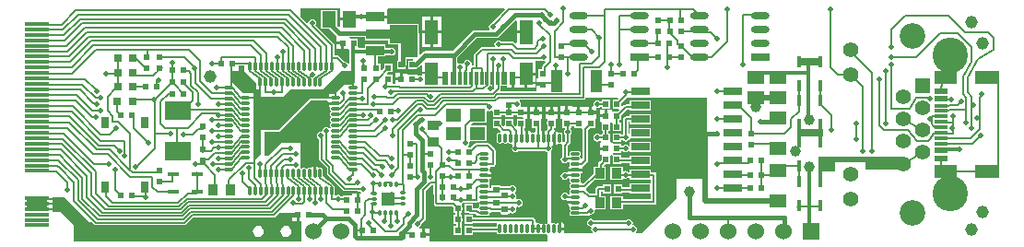
<source format=gtl>
G04*
G04 #@! TF.GenerationSoftware,Altium Limited,Altium Designer,18.1.7 (191)*
G04*
G04 Layer_Physical_Order=1*
G04 Layer_Color=255*
%FSLAX44Y44*%
%MOMM*%
G71*
G01*
G75*
%ADD10C,0.2000*%
%ADD12C,0.1500*%
%ADD15R,0.6000X0.6000*%
%ADD16R,0.6000X0.6000*%
%ADD17R,1.1000X2.0000*%
%ADD18R,1.7000X0.6500*%
%ADD19O,1.7000X0.6500*%
%ADD20R,1.1500X0.6000*%
%ADD21R,1.1500X0.3000*%
%ADD22R,2.6000X1.7000*%
%ADD23R,1.7000X0.9000*%
%ADD24R,2.5000X0.9000*%
%ADD25R,0.4500X1.0000*%
%ADD26R,0.8000X0.8000*%
%ADD27R,1.0000X0.4500*%
%ADD28R,0.2000X0.6000*%
%ADD29R,1.5000X1.2000*%
%ADD30R,0.9300X0.9800*%
%ADD31R,0.2800X0.2800*%
%ADD32O,0.2800X0.6600*%
%ADD33O,0.6600X0.2800*%
%ADD34R,1.2500X1.2500*%
%ADD35R,1.3000X1.5000*%
%ADD36R,1.5000X1.3000*%
%ADD37R,2.2500X0.3500*%
%ADD38R,0.6000X1.1500*%
%ADD39R,0.3000X1.1500*%
%ADD40R,0.7000X1.1000*%
G04:AMPARAMS|DCode=41|XSize=0.3mm|YSize=0.8mm|CornerRadius=0.075mm|HoleSize=0mm|Usage=FLASHONLY|Rotation=180.000|XOffset=0mm|YOffset=0mm|HoleType=Round|Shape=RoundedRectangle|*
%AMROUNDEDRECTD41*
21,1,0.3000,0.6500,0,0,180.0*
21,1,0.1500,0.8000,0,0,180.0*
1,1,0.1500,-0.0750,0.3250*
1,1,0.1500,0.0750,0.3250*
1,1,0.1500,0.0750,-0.3250*
1,1,0.1500,-0.0750,-0.3250*
%
%ADD41ROUNDEDRECTD41*%
G04:AMPARAMS|DCode=42|XSize=0.3mm|YSize=0.8mm|CornerRadius=0.075mm|HoleSize=0mm|Usage=FLASHONLY|Rotation=90.000|XOffset=0mm|YOffset=0mm|HoleType=Round|Shape=RoundedRectangle|*
%AMROUNDEDRECTD42*
21,1,0.3000,0.6500,0,0,90.0*
21,1,0.1500,0.8000,0,0,90.0*
1,1,0.1500,0.3250,0.0750*
1,1,0.1500,0.3250,-0.0750*
1,1,0.1500,-0.3250,-0.0750*
1,1,0.1500,-0.3250,0.0750*
%
%ADD42ROUNDEDRECTD42*%
%ADD43R,2.4000X1.7000*%
%ADD44R,0.9800X0.9300*%
%ADD45R,0.6000X0.2000*%
%ADD46R,1.4000X1.2000*%
%ADD47R,1.6700X0.7600*%
%ADD93C,0.4000*%
%ADD94C,0.3000*%
%ADD95C,0.5000*%
%ADD96R,4.6000X0.4000*%
%ADD97R,0.4000X0.6000*%
%ADD98R,2.1000X0.8000*%
%ADD99R,1.6000X0.4000*%
%ADD100R,3.6000X0.4000*%
%ADD101R,1.5000X2.2000*%
%ADD102R,0.6000X0.8000*%
%ADD103R,0.4000X3.7000*%
%ADD104R,1.9000X1.1500*%
%ADD105R,1.6000X1.4000*%
%ADD106R,0.9000X1.4000*%
%ADD107R,5.3000X0.6000*%
%ADD108R,0.6000X0.4000*%
%ADD109R,0.4000X2.1000*%
%ADD110R,3.6000X1.3000*%
%ADD111R,2.2000X0.7000*%
%ADD112R,0.3000X1.7000*%
%ADD113C,1.5240*%
%ADD114R,1.5240X1.5240*%
%ADD115R,2.0000X1.2000*%
%ADD116R,2.3000X1.2000*%
%ADD117C,1.3980*%
%ADD118C,2.3550*%
%ADD119C,3.2500*%
%ADD120R,1.3980X1.3980*%
%ADD121C,1.1520*%
%ADD122R,1.2000X2.0000*%
%ADD123R,1.2000X2.3000*%
%ADD124C,0.5080*%
%ADD125C,1.0000*%
G36*
X459460Y493270D02*
X468500D01*
Y490730D01*
X459460D01*
Y485246D01*
X458287Y484760D01*
X457000Y486047D01*
Y500500D01*
X442000D01*
Y483500D01*
X449453D01*
X456213Y476741D01*
X456380Y475540D01*
X456380Y475540D01*
X456380Y475540D01*
Y471270D01*
X461920D01*
Y470000D01*
X463190D01*
Y464460D01*
X467460D01*
X468376Y463606D01*
Y451108D01*
X467106Y450723D01*
X466552Y451552D01*
X465381Y452335D01*
X464000Y452609D01*
X463996Y452609D01*
X458802Y457802D01*
X457976Y458355D01*
X457000Y458549D01*
X454549D01*
Y468000D01*
X454355Y468975D01*
X453802Y469802D01*
X437195Y486410D01*
X437335Y486619D01*
X437609Y488000D01*
X437335Y489381D01*
X436552Y490552D01*
X435381Y491335D01*
X434000Y491609D01*
X432619Y491335D01*
X431448Y490552D01*
X430665Y489381D01*
X430558Y488843D01*
X429180Y488425D01*
X423000Y494605D01*
Y502000D01*
X459460D01*
Y493270D01*
D02*
G37*
G36*
X621960Y490254D02*
Y481270D01*
X630500D01*
Y478730D01*
X621960D01*
Y470304D01*
X620787Y469818D01*
X619802Y470802D01*
X618975Y471355D01*
X618000Y471549D01*
X607554D01*
X607552Y471552D01*
X606381Y472335D01*
X605000Y472609D01*
X603619Y472335D01*
X602448Y471552D01*
X601665Y470381D01*
X601391Y469000D01*
X601665Y467619D01*
X601702Y467564D01*
X601023Y466294D01*
X590000D01*
X589122Y466119D01*
X588378Y465622D01*
X583378Y460622D01*
X582881Y459878D01*
X582706Y459000D01*
Y449444D01*
X581436Y449411D01*
X580523Y450564D01*
X580609Y451000D01*
X580335Y452381D01*
X579552Y453552D01*
X578381Y454335D01*
X577000Y454609D01*
X575619Y454335D01*
X574448Y453552D01*
X573665Y452381D01*
X573461Y451356D01*
X573375Y451279D01*
X572465Y450862D01*
X572158Y450816D01*
X571381Y451335D01*
X570000Y451609D01*
X568894Y451389D01*
X567624Y452081D01*
Y457077D01*
X584978Y474431D01*
X603000D01*
X604366Y474703D01*
X605523Y475477D01*
X612378Y482332D01*
X612552Y482448D01*
X612668Y482622D01*
X620787Y490740D01*
X621960Y490254D01*
D02*
G37*
G36*
X611222Y500827D02*
X598757Y488362D01*
X598619Y488335D01*
X597448Y487552D01*
X596665Y486381D01*
X596391Y485000D01*
X596665Y483619D01*
X597187Y482839D01*
X596674Y481622D01*
X596624Y481569D01*
X583500D01*
X582134Y481297D01*
X580977Y480523D01*
X563022Y462569D01*
X538000D01*
X536634Y462297D01*
X535477Y461523D01*
X533797Y459844D01*
X532624Y460330D01*
Y479000D01*
X532148Y480148D01*
X532000Y480209D01*
Y487500D01*
X504310D01*
X504000Y487500D01*
X503040Y488248D01*
Y492730D01*
X492000D01*
Y495270D01*
X503040D01*
Y500730D01*
X503040Y501040D01*
X503788Y502000D01*
X610736D01*
X611222Y500827D01*
D02*
G37*
G36*
X648738Y452888D02*
X648884Y452569D01*
X646198Y449882D01*
X645645Y449055D01*
X645451Y448080D01*
Y446080D01*
X642000D01*
Y438080D01*
X640987Y437460D01*
X640460D01*
Y433190D01*
X646000D01*
Y430650D01*
X640460D01*
Y426380D01*
X640460D01*
X640016Y425294D01*
X607112D01*
X606746Y426564D01*
X607119Y427122D01*
X607294Y428000D01*
Y430850D01*
X612760D01*
Y429310D01*
X617030D01*
Y437600D01*
X619570D01*
Y429310D01*
X621960D01*
Y428860D01*
X629230D01*
Y441400D01*
X630500D01*
Y442670D01*
X639040D01*
Y453451D01*
X646000D01*
X646348Y453520D01*
X647000Y453391D01*
X648136Y453617D01*
X648738Y452888D01*
D02*
G37*
G36*
X482500Y472500D02*
X504000D01*
Y468500D01*
X513351D01*
Y454000D01*
X511920D01*
Y446000D01*
X519920D01*
Y448190D01*
X520217Y448634D01*
X520489Y450000D01*
Y455376D01*
X526258D01*
X526937Y454106D01*
X526866Y454000D01*
X522080D01*
Y446000D01*
X530080D01*
Y446646D01*
X530366Y446703D01*
X531523Y447477D01*
X534287Y450240D01*
X535460Y449754D01*
Y440925D01*
X534190Y440373D01*
X533000Y440609D01*
X531619Y440335D01*
X531350Y440155D01*
X530080Y440834D01*
Y441000D01*
X522080D01*
X521460Y442013D01*
Y442540D01*
X517190D01*
Y437000D01*
X515920D01*
Y435730D01*
X510380D01*
Y432294D01*
X509011D01*
X508000Y432920D01*
Y440920D01*
X503210D01*
X502722Y442092D01*
X503702Y443080D01*
X508000D01*
Y451080D01*
X500000D01*
Y446587D01*
X498174Y444747D01*
X497000Y445231D01*
Y451080D01*
X494549D01*
Y457500D01*
X501500D01*
Y458376D01*
X508000D01*
X509148Y458852D01*
X509335Y459302D01*
X509552Y459448D01*
X510335Y460619D01*
X510609Y462000D01*
X510335Y463381D01*
X509552Y464552D01*
X509335Y464697D01*
X509148Y465148D01*
X508000Y465624D01*
X501500D01*
Y468500D01*
X482500D01*
Y465624D01*
X477194D01*
X476080Y466000D01*
Y474000D01*
X469347D01*
X468602Y475270D01*
X468693Y475431D01*
X482500D01*
Y472500D01*
D02*
G37*
G36*
X472000Y432000D02*
X464000D01*
X455000Y423000D01*
X450000Y423000D01*
X450000Y420000D01*
X407000Y420000D01*
X414000Y427000D01*
X444000D01*
X461000Y444000D01*
X472000D01*
Y432000D01*
D02*
G37*
G36*
X600000Y407220D02*
Y402080D01*
X608000D01*
Y403531D01*
X611000D01*
Y402080D01*
X619000D01*
Y403531D01*
X622000D01*
Y402080D01*
X627374D01*
X628136Y400810D01*
X627789Y400104D01*
X627196Y399920D01*
X622000D01*
Y394264D01*
X620827Y393778D01*
X619000Y395605D01*
Y399920D01*
X611000D01*
Y394264D01*
X609827Y393778D01*
X608000Y395605D01*
Y399920D01*
X600000D01*
Y391920D01*
X604475D01*
X607387Y389008D01*
X607379Y388937D01*
X606815Y387784D01*
X605750D01*
X605067Y387648D01*
X604488Y387262D01*
X604102Y386683D01*
X603966Y386000D01*
Y379500D01*
X604102Y378817D01*
X604488Y378238D01*
X605067Y377851D01*
X605750Y377716D01*
X607250D01*
X607933Y377851D01*
X608512Y378238D01*
X609488D01*
X610067Y377851D01*
X610750Y377716D01*
X612250D01*
X612933Y377851D01*
X613512Y378238D01*
X614488D01*
X615067Y377851D01*
X615750Y377716D01*
X617250D01*
X618451Y376787D01*
Y375554D01*
X618448Y375552D01*
X617665Y374381D01*
X617391Y373000D01*
X617665Y371619D01*
X618448Y370448D01*
X619619Y369665D01*
X621000Y369391D01*
X622381Y369665D01*
X623552Y370448D01*
X623554Y370451D01*
X648446D01*
X648448Y370448D01*
X649619Y369665D01*
X650000Y369590D01*
Y368000D01*
Y310000D01*
Y304104D01*
X649869Y304016D01*
X648512Y303762D01*
X647933Y304148D01*
X647250Y304284D01*
X645750D01*
X645067Y304148D01*
X644488Y303762D01*
X643512D01*
X642933Y304148D01*
X642250Y304284D01*
X640750D01*
X639549Y305213D01*
Y307000D01*
X639355Y307975D01*
X638802Y308802D01*
X637975Y309355D01*
X637000Y309549D01*
X582080D01*
Y312000D01*
X574080D01*
Y304000D01*
X582080D01*
Y304451D01*
X603422D01*
X604102Y303183D01*
X603966Y302500D01*
Y301549D01*
X582080D01*
Y302000D01*
X574080D01*
Y294000D01*
X582080D01*
Y296451D01*
X603966D01*
Y296000D01*
X604102Y295317D01*
X604488Y294738D01*
X605067Y294352D01*
X605750Y294216D01*
X607250D01*
X607933Y294352D01*
X608512Y294738D01*
X609488D01*
X610067Y294352D01*
X610750Y294216D01*
X612250D01*
X612933Y294352D01*
X613512Y294738D01*
X614488D01*
X615067Y294352D01*
X615750Y294216D01*
X617250D01*
X617933Y294352D01*
X618512Y294738D01*
X619488D01*
X620067Y294352D01*
X620750Y294216D01*
X622250D01*
X622933Y294352D01*
X623512Y294738D01*
X624488D01*
X625067Y294352D01*
X625750Y294216D01*
X627250D01*
X627933Y294352D01*
X628512Y294738D01*
X629488D01*
X630067Y294352D01*
X630750Y294216D01*
X632250D01*
X632933Y294352D01*
X633512Y294738D01*
X634488D01*
X635067Y294352D01*
X635750Y294216D01*
X637250D01*
X637933Y294352D01*
X638512Y294738D01*
X639488D01*
X640067Y294352D01*
X640750Y294216D01*
X642250D01*
X642933Y294352D01*
X643512Y294738D01*
X644488D01*
X645067Y294352D01*
X645750Y294216D01*
X647250D01*
X647933Y294352D01*
X648512Y294738D01*
X648872D01*
X650000Y293680D01*
Y288000D01*
X542700D01*
X541620Y288460D01*
X541620Y289270D01*
Y292730D01*
X536080D01*
Y294000D01*
X534810D01*
Y299540D01*
X532809D01*
X532709Y299804D01*
X532598Y300810D01*
X533552Y301448D01*
X534335Y302619D01*
X534609Y304000D01*
X534609Y304004D01*
X537802Y307198D01*
X538355Y308025D01*
X538549Y309000D01*
Y333944D01*
X544056Y339451D01*
X545451D01*
Y323000D01*
X545645Y322025D01*
X546198Y321198D01*
X547198Y320198D01*
X548025Y319645D01*
X549000Y319451D01*
X562864D01*
X563920Y318395D01*
Y314000D01*
X565451D01*
Y312000D01*
X563920D01*
Y304000D01*
X566451D01*
Y302000D01*
X563920D01*
Y294000D01*
X571920D01*
Y302000D01*
X571549D01*
Y304000D01*
X571920D01*
Y306493D01*
X572275Y307025D01*
X572469Y308000D01*
X572275Y308976D01*
X571920Y309507D01*
Y312000D01*
X570549D01*
Y314000D01*
X571920D01*
Y316374D01*
X572355Y317024D01*
X572549Y318000D01*
X572355Y318976D01*
X571920Y319626D01*
X571920Y322000D01*
X572763Y322921D01*
X573552Y323448D01*
X573554Y323451D01*
X585000D01*
X585946Y323639D01*
X585976Y323645D01*
X587216Y322946D01*
Y322750D01*
X587352Y322067D01*
X587738Y321488D01*
Y320512D01*
X587352Y319933D01*
X587216Y319250D01*
Y319054D01*
X585976Y318355D01*
X585946Y318361D01*
X585000Y318549D01*
X582080D01*
Y322000D01*
X574080D01*
Y314000D01*
X577493D01*
X578025Y313645D01*
X579000Y313451D01*
X583944D01*
X585698Y311698D01*
X586525Y311145D01*
X587500Y310951D01*
X592250D01*
X592324Y310966D01*
X595500D01*
X596183Y311101D01*
X596762Y311488D01*
X597149Y312067D01*
X597284Y312750D01*
Y313612D01*
X597460Y313858D01*
X598338Y314503D01*
X598520Y314546D01*
X599000Y314451D01*
X606944D01*
X607000Y314395D01*
Y313000D01*
X607791D01*
X607852Y312852D01*
X609000Y312376D01*
X613000D01*
X614148Y312852D01*
X614209Y313000D01*
X615000D01*
Y313220D01*
X616270Y313898D01*
X616619Y313665D01*
X618000Y313391D01*
X619381Y313665D01*
X620552Y314448D01*
X621335Y315619D01*
X621609Y317000D01*
X621335Y318381D01*
X622003Y319667D01*
X622423Y319796D01*
X622619Y319665D01*
X624000Y319391D01*
X625381Y319665D01*
X626552Y320448D01*
X627335Y321619D01*
X627609Y323000D01*
X627335Y324381D01*
X626552Y325552D01*
X625381Y326335D01*
X624000Y326609D01*
X622619Y326335D01*
X622423Y326204D01*
X622003Y326333D01*
X621335Y327619D01*
X621609Y329000D01*
X621335Y330381D01*
X620552Y331552D01*
X620277Y331736D01*
Y333264D01*
X620552Y333448D01*
X621335Y334619D01*
X621609Y336000D01*
X621335Y337381D01*
X620552Y338552D01*
X619381Y339335D01*
X618000Y339609D01*
X616619Y339335D01*
X615448Y338552D01*
X615446Y338549D01*
X607000D01*
Y339000D01*
X606209D01*
X606148Y339148D01*
X605000Y339624D01*
X601000D01*
X599852Y339148D01*
X599791Y339000D01*
X599000D01*
Y336771D01*
X598040Y336466D01*
X597231Y337482D01*
X597284Y337750D01*
Y339250D01*
X597149Y339933D01*
X596762Y340512D01*
Y341488D01*
X597149Y342067D01*
X597284Y342750D01*
Y344250D01*
X597155Y344899D01*
X597872Y345378D01*
X598599Y346466D01*
X598751Y347230D01*
X592250D01*
Y349770D01*
X598751D01*
X598599Y350534D01*
X597872Y351622D01*
X597155Y352101D01*
X597284Y352750D01*
Y354250D01*
X597199Y354681D01*
X597669Y355558D01*
X597996Y355951D01*
X600000D01*
X600975Y356145D01*
X601802Y356698D01*
X602355Y357524D01*
X602549Y358500D01*
Y371000D01*
X602355Y371976D01*
X601802Y372802D01*
X596802Y377802D01*
X595975Y378355D01*
X595000Y378549D01*
X585000D01*
X584025Y378355D01*
X583198Y377802D01*
X579395Y374000D01*
X577671D01*
X577286Y375270D01*
X577552Y375448D01*
X578335Y376619D01*
X578609Y378000D01*
X578464Y378730D01*
X579283Y379928D01*
X579408Y380000D01*
X594000D01*
Y394000D01*
X580264D01*
X579778Y395173D01*
X581605Y397000D01*
X594000D01*
Y407220D01*
X595270Y407898D01*
X595619Y407665D01*
X597000Y407391D01*
X598381Y407665D01*
X598730Y407898D01*
X600000Y407220D01*
D02*
G37*
G36*
X449164Y415770D02*
X455750D01*
Y413230D01*
X449249D01*
X449401Y412466D01*
X450128Y411378D01*
X450845Y410899D01*
X450716Y410250D01*
Y408750D01*
X450852Y408067D01*
X451238Y407488D01*
Y406512D01*
X450852Y405933D01*
X450716Y405250D01*
Y403750D01*
X450852Y403067D01*
X451238Y402488D01*
Y401512D01*
X450852Y400933D01*
X450716Y400250D01*
Y398750D01*
X450852Y398067D01*
X451238Y397488D01*
Y396512D01*
X450852Y395933D01*
X450716Y395250D01*
Y393750D01*
X450852Y393067D01*
X451123Y392660D01*
X450914Y391870D01*
X450214Y391555D01*
X449584Y391505D01*
X449552Y391552D01*
X448381Y392335D01*
X447000Y392609D01*
X445619Y392335D01*
X444448Y391552D01*
X443665Y390381D01*
X443391Y389000D01*
X442181Y388573D01*
X442000Y388609D01*
X440619Y388335D01*
X439448Y387552D01*
X438665Y386381D01*
X438391Y385000D01*
X438665Y383619D01*
X439448Y382448D01*
X440619Y381665D01*
X440706Y381648D01*
Y363000D01*
X440881Y362122D01*
X441378Y361378D01*
X447706Y355050D01*
Y350000D01*
X447881Y349122D01*
X448378Y348378D01*
X462378Y334378D01*
X463122Y333881D01*
X464000Y333706D01*
X478275D01*
X478448Y333448D01*
X479402Y332810D01*
X479291Y331804D01*
X479191Y331540D01*
X477350D01*
Y326000D01*
X474810D01*
Y331540D01*
X470540D01*
Y331013D01*
X469920Y330000D01*
X461920D01*
Y329549D01*
X460554D01*
X460552Y329552D01*
X459381Y330335D01*
X458000Y330609D01*
X456619Y330335D01*
X455819Y329800D01*
X454638Y330283D01*
X454549Y330363D01*
Y334500D01*
X454534Y334574D01*
Y337750D01*
X454398Y338433D01*
X454263Y338636D01*
X454273Y338807D01*
X453983Y339654D01*
X453390Y340325D01*
X444034Y347453D01*
Y353500D01*
X443899Y354183D01*
X443512Y354762D01*
X442933Y355149D01*
X442250Y355284D01*
X440750D01*
X440101Y355155D01*
X439622Y355872D01*
X438534Y356599D01*
X437770Y356751D01*
Y350250D01*
X435230D01*
Y356751D01*
X434466Y356599D01*
X433378Y355872D01*
X432899Y355155D01*
X432250Y355284D01*
X430750D01*
X430067Y355149D01*
X429488Y354762D01*
X428512D01*
X427933Y355149D01*
X427250Y355284D01*
X426549D01*
X426500Y355294D01*
X426451Y355284D01*
X425750D01*
X425067Y355149D01*
X424488Y354762D01*
X423131Y355016D01*
X423000Y355104D01*
Y378000D01*
X406000D01*
X394000Y366000D01*
X390000Y366000D01*
Y388000D01*
X404000D01*
X423000Y407000D01*
Y407704D01*
X432247Y416951D01*
X448269D01*
X449164Y415770D01*
D02*
G37*
G36*
X675000Y391920D02*
X681696D01*
X682451Y391000D01*
Y363783D01*
X682054Y363524D01*
X680784Y364211D01*
Y364250D01*
X680648Y364933D01*
X680262Y365512D01*
Y366488D01*
X680648Y367067D01*
X680784Y367750D01*
Y369250D01*
X680648Y369933D01*
X680262Y370512D01*
X679683Y370898D01*
X679000Y371034D01*
X672500D01*
X671817Y370898D01*
X671238Y370512D01*
X670852Y369933D01*
X670716Y369250D01*
Y367750D01*
X670801Y367319D01*
X670331Y366442D01*
X670005Y366049D01*
X668549D01*
Y374944D01*
X670802Y377198D01*
X671355Y378024D01*
X671549Y379000D01*
Y385446D01*
X671552Y385448D01*
X672335Y386619D01*
X672609Y388000D01*
X672335Y389381D01*
X671552Y390552D01*
X671549Y390554D01*
Y392000D01*
X672000D01*
Y393371D01*
X675000D01*
Y391920D01*
D02*
G37*
G36*
X383000Y433000D02*
Y427000D01*
X387000D01*
Y420000D01*
Y419000D01*
X432000D01*
X403000Y390000D01*
X387000D01*
Y368000D01*
X380000Y362000D01*
Y419000D01*
X380000Y424000D01*
X371000Y424000D01*
X360000Y435000D01*
X360000Y444000D01*
X372000D01*
X383000Y433000D01*
D02*
G37*
G36*
X714730Y420000D02*
X715204Y418891D01*
X714469Y418000D01*
X710080D01*
Y410000D01*
X715736D01*
X716222Y408827D01*
X714395Y407000D01*
X710080Y407000D01*
X709460Y408013D01*
Y408540D01*
X705190D01*
Y403000D01*
X703920D01*
Y401730D01*
X698380D01*
Y397460D01*
X698841D01*
X699920Y397000D01*
X699920Y396190D01*
Y389000D01*
X701371D01*
Y387000D01*
X699920D01*
Y385549D01*
X698554D01*
X698552Y385552D01*
X697381Y386335D01*
X696000Y386609D01*
X694619Y386335D01*
X693448Y385552D01*
X692665Y384381D01*
X692391Y383000D01*
X692665Y381619D01*
X693448Y380448D01*
X694619Y379665D01*
X696000Y379391D01*
X697381Y379665D01*
X698552Y380448D01*
X699319Y380018D01*
X699067Y378636D01*
X698841Y378540D01*
X698380D01*
Y374270D01*
X703920D01*
Y371730D01*
X698380D01*
Y367460D01*
X698840D01*
X699920Y367000D01*
X699920Y366190D01*
Y362605D01*
X698930Y361615D01*
X698025Y361435D01*
X697198Y360882D01*
X696645Y360055D01*
X696451Y359080D01*
Y355900D01*
X692650D01*
Y350255D01*
X683444Y341049D01*
X681496D01*
X681169Y341442D01*
X680699Y342319D01*
X680784Y342750D01*
Y344250D01*
X680648Y344933D01*
X680262Y345512D01*
Y346488D01*
X680648Y347067D01*
X680784Y347750D01*
Y349250D01*
X680655Y349899D01*
X681372Y350378D01*
X682099Y351466D01*
X682251Y352230D01*
X675750D01*
X669164D01*
X668269Y351049D01*
X667809D01*
X667381Y351335D01*
X666000Y351609D01*
X664619Y351335D01*
X663448Y350552D01*
X662665Y349381D01*
X662391Y348000D01*
X662665Y346619D01*
X663448Y345448D01*
X664619Y344665D01*
X666000Y344391D01*
X667381Y344665D01*
X668552Y345448D01*
X668812Y345836D01*
X670069Y345873D01*
X670331Y345558D01*
X670801Y344681D01*
X670716Y344250D01*
Y342750D01*
X670852Y342067D01*
X671238Y341488D01*
Y340512D01*
X670852Y339933D01*
X670716Y339250D01*
Y337750D01*
X670852Y337067D01*
X671238Y336488D01*
Y335512D01*
X670852Y334933D01*
X670716Y334250D01*
Y332750D01*
X670801Y332319D01*
X670331Y331442D01*
X670069Y331127D01*
X668812Y331164D01*
X668552Y331552D01*
X667381Y332335D01*
X666000Y332609D01*
X664619Y332335D01*
X663448Y331552D01*
X662665Y330381D01*
X662391Y329000D01*
X662665Y327619D01*
X663448Y326448D01*
X664619Y325665D01*
X666000Y325391D01*
X667381Y325665D01*
X667809Y325951D01*
X668269D01*
X669164Y324770D01*
X675750D01*
Y322230D01*
X669249D01*
X669401Y321466D01*
X670128Y320378D01*
X670845Y319899D01*
X670716Y319250D01*
Y317750D01*
X670852Y317067D01*
X671238Y316488D01*
X671238Y315511D01*
X670852Y314933D01*
X670716Y314250D01*
Y312750D01*
X670852Y312067D01*
X671238Y311488D01*
X671817Y311101D01*
X672500Y310966D01*
X675676D01*
X675750Y310951D01*
X686500D01*
X687475Y311145D01*
X688302Y311698D01*
X689162Y312557D01*
X690000Y312391D01*
X691381Y312665D01*
X692552Y313448D01*
X693335Y314619D01*
X693609Y316000D01*
X693586Y316118D01*
X694391Y317100D01*
X703950D01*
Y328900D01*
X699549D01*
Y333451D01*
X700920D01*
Y332000D01*
X702413D01*
X702945Y331645D01*
X703920Y331451D01*
X704895Y331645D01*
X705427Y332000D01*
X708920D01*
Y340000D01*
X700920D01*
Y338549D01*
X697000D01*
X696025Y338355D01*
X695198Y337802D01*
X694645Y336975D01*
X694451Y336000D01*
Y331549D01*
X689056D01*
X685708Y334897D01*
X685653Y335191D01*
X685784Y336209D01*
X685901Y336430D01*
X686302Y336698D01*
X693705Y344100D01*
X703950D01*
Y355900D01*
X701901D01*
X701695Y357170D01*
X703525Y359000D01*
X707920D01*
X707920Y366454D01*
X709054Y367329D01*
X709084Y367327D01*
X709375Y367276D01*
X709487Y367252D01*
X709622Y367195D01*
X710018Y366548D01*
X710080Y366103D01*
X710080Y365872D01*
Y359000D01*
X718080D01*
Y359451D01*
X726000D01*
Y357150D01*
X744700D01*
Y366750D01*
X726000D01*
Y364549D01*
X718080D01*
Y367000D01*
X711134Y367000D01*
X710794Y367000D01*
X710527Y367045D01*
X710330Y367089D01*
X710255Y367121D01*
X710002Y367766D01*
X710613Y368801D01*
X710817Y369000D01*
X718080D01*
Y370451D01*
X719446D01*
X719448Y370448D01*
X720619Y369665D01*
X722000Y369391D01*
X723381Y369665D01*
X724552Y370448D01*
X724730Y370714D01*
X726000Y370329D01*
Y369850D01*
X744700D01*
Y379450D01*
X726000D01*
Y375671D01*
X724730Y375286D01*
X724552Y375552D01*
X723381Y376335D01*
X722000Y376609D01*
X720619Y376335D01*
X719448Y375552D01*
X719446Y375549D01*
X718080D01*
Y377000D01*
X710817Y377000D01*
X710002Y378234D01*
X710255Y378879D01*
X710330Y378910D01*
X710527Y378955D01*
X710794Y379000D01*
X711114Y379000D01*
X718080D01*
Y380451D01*
X719446D01*
X719448Y380448D01*
X720619Y379665D01*
X722000Y379391D01*
X723381Y379665D01*
X724552Y380448D01*
X725302Y381569D01*
X725348Y381635D01*
X726124Y382550D01*
X726815Y382550D01*
X744700D01*
Y392150D01*
X726000D01*
Y387063D01*
X724730Y386424D01*
X724549Y386558D01*
Y397451D01*
X726000D01*
Y395250D01*
X744700D01*
Y404850D01*
X726000D01*
Y402549D01*
X722000D01*
X721025Y402355D01*
X720198Y401802D01*
X719645Y400975D01*
X719451Y400000D01*
X719551Y399500D01*
X719451Y399000D01*
Y385554D01*
X719448Y385552D01*
X719446Y385549D01*
X718080D01*
Y387000D01*
X710080D01*
X710080Y380128D01*
X710080Y379897D01*
X710018Y379452D01*
X709622Y378805D01*
X709488Y378747D01*
X709375Y378724D01*
X709084Y378673D01*
X709054Y378671D01*
X707920Y379546D01*
Y387000D01*
X706469D01*
Y389000D01*
X707920D01*
X707920Y397000D01*
X708999Y397460D01*
X709001D01*
X709622Y397195D01*
X710080Y396447D01*
Y389000D01*
X718080D01*
Y397000D01*
X716629D01*
Y399000D01*
X718080D01*
Y403475D01*
X723056Y408451D01*
X726000D01*
Y407950D01*
X744700D01*
Y417550D01*
X726000D01*
Y413549D01*
X722000D01*
X721024Y413355D01*
X720198Y412802D01*
X719253Y411858D01*
X718080Y412344D01*
Y414395D01*
X723685Y420000D01*
X797000Y420000D01*
X797000Y345250D01*
X769000Y345250D01*
X769000Y327000D01*
X737000Y295000D01*
X731671D01*
X731286Y296270D01*
X731552Y296448D01*
X732335Y297619D01*
X732609Y299000D01*
X732335Y300381D01*
X731552Y301552D01*
X730381Y302335D01*
X729165Y302576D01*
X728704Y303156D01*
X728366Y303778D01*
X728609Y305000D01*
X728335Y306381D01*
X727552Y307552D01*
X726381Y308335D01*
X725000Y308609D01*
X723619Y308335D01*
X722448Y307552D01*
X722446Y307549D01*
X692554D01*
X692552Y307552D01*
X691381Y308335D01*
X690000Y308609D01*
X688619Y308335D01*
X687448Y307552D01*
X686665Y306381D01*
X686391Y305000D01*
X686665Y303619D01*
X687448Y302448D01*
X688619Y301665D01*
X689835Y301424D01*
X690296Y300844D01*
X690634Y300222D01*
X690391Y299000D01*
X690665Y297619D01*
X691448Y296448D01*
X691714Y296270D01*
X691329Y295000D01*
X666407D01*
X665601Y295982D01*
X665604Y296000D01*
Y297980D01*
X661500D01*
Y299250D01*
X660230D01*
Y305751D01*
X659466Y305599D01*
X658378Y304872D01*
X657899Y304155D01*
X657250Y304284D01*
X655750D01*
X655270Y304189D01*
X654583Y304518D01*
X654000Y304963D01*
Y371118D01*
X654335Y371619D01*
X654609Y373000D01*
X654335Y374381D01*
X654049Y374809D01*
Y375269D01*
X655230Y376164D01*
Y382750D01*
X657770D01*
Y376249D01*
X658534Y376401D01*
X659622Y377128D01*
X660101Y377845D01*
X660750Y377716D01*
X662250D01*
X662668Y377799D01*
X663311Y377257D01*
X663608Y376790D01*
X663451Y376000D01*
Y365554D01*
X663448Y365552D01*
X662665Y364381D01*
X662391Y363000D01*
X662665Y361619D01*
X663448Y360448D01*
X664619Y359665D01*
X666000Y359391D01*
X667381Y359665D01*
X668552Y360448D01*
X668812Y360836D01*
X670069Y360873D01*
X670331Y360558D01*
X670801Y359681D01*
X670716Y359250D01*
Y357750D01*
X670845Y357101D01*
X670128Y356622D01*
X669401Y355534D01*
X669249Y354770D01*
X675750D01*
X682251D01*
X682244Y354804D01*
X682475Y356145D01*
X683302Y356698D01*
X686802Y360198D01*
X687355Y361025D01*
X687549Y362000D01*
Y389944D01*
X689525Y391920D01*
X694000D01*
Y399270D01*
X694000Y399920D01*
X695013Y400540D01*
X695540D01*
Y404810D01*
X690000D01*
Y406080D01*
X688730D01*
Y411620D01*
X684540D01*
Y411620D01*
X680270D01*
Y406080D01*
X677730D01*
Y411620D01*
X673540D01*
Y411700D01*
X669270D01*
Y406160D01*
X668000D01*
Y404890D01*
X662460D01*
Y400620D01*
X662987D01*
X664000Y400000D01*
X664000Y399350D01*
Y392000D01*
X666451D01*
Y390554D01*
X666448Y390552D01*
X665665Y389381D01*
X665391Y388000D01*
X665665Y386619D01*
X666448Y385448D01*
X666451Y385446D01*
Y380056D01*
X665189Y378793D01*
X664018Y379419D01*
X664034Y379500D01*
Y386000D01*
X663898Y386683D01*
X663512Y387262D01*
X662933Y387648D01*
X662250Y387784D01*
X660750D01*
X660101Y387655D01*
X659622Y388372D01*
X658534Y389099D01*
X657412Y389322D01*
X657173Y389481D01*
X656474Y390624D01*
X656549Y391000D01*
Y391920D01*
X658000D01*
Y399270D01*
X658000Y399920D01*
X659013Y400540D01*
X659540D01*
Y404810D01*
X648460D01*
Y400540D01*
X648987D01*
X650000Y399920D01*
X650000Y398507D01*
X649645Y397975D01*
X649451Y397000D01*
X649645Y396025D01*
X650000Y395493D01*
Y391920D01*
X650000D01*
X650385Y390990D01*
X649698Y390302D01*
X649145Y389476D01*
X647804Y389244D01*
X647770Y389251D01*
Y382750D01*
X645230D01*
Y389336D01*
X644049Y390231D01*
Y394500D01*
X644000Y394746D01*
X644000Y399920D01*
X645013Y400540D01*
X645540D01*
Y404810D01*
X634460D01*
Y400540D01*
X634987D01*
X636000Y399920D01*
X636000Y399270D01*
Y391920D01*
X638951D01*
Y388495D01*
X638558Y388169D01*
X637681Y387699D01*
X637250Y387784D01*
X635750D01*
X635101Y387655D01*
X634622Y388372D01*
X633534Y389099D01*
X632770Y389251D01*
Y382750D01*
X630230D01*
Y389336D01*
X629049Y390231D01*
Y391920D01*
X630000D01*
Y399920D01*
X631013Y400540D01*
X631540D01*
Y404810D01*
X626000D01*
Y407350D01*
X631540D01*
Y411620D01*
X626078D01*
X625388Y412890D01*
X625609Y414000D01*
X625335Y415381D01*
X624630Y416436D01*
X624764Y416988D01*
X625111Y417706D01*
X683000D01*
X683878Y417881D01*
X684622Y418378D01*
X685119Y419122D01*
X685294Y420000D01*
X714730D01*
D02*
G37*
G36*
X207000Y328000D02*
X229381Y305619D01*
X231095Y305693D01*
X233410Y303378D01*
X233411Y303378D01*
X234155Y302881D01*
X235033Y302706D01*
X235033Y302706D01*
X317000D01*
X317878Y302881D01*
X318622Y303378D01*
X324950Y309706D01*
X399000D01*
X399878Y309881D01*
X400622Y310378D01*
X403355Y313111D01*
X414463Y313589D01*
X414796Y313270D01*
X420920D01*
Y312000D01*
X422190D01*
Y306460D01*
X424000D01*
Y288000D01*
X215000D01*
Y303000D01*
X203000Y315000D01*
X196000D01*
X196000Y328000D01*
X207000Y328000D01*
D02*
G37*
%LPC*%
G36*
X460650Y468730D02*
X456380D01*
Y464460D01*
X460650D01*
Y468730D01*
D02*
G37*
G36*
X552540Y494040D02*
X545270D01*
Y481270D01*
X552540D01*
Y494040D01*
D02*
G37*
G36*
X542730D02*
X535460D01*
Y481270D01*
X542730D01*
Y494040D01*
D02*
G37*
G36*
X552540Y478730D02*
X545270D01*
Y465960D01*
X552540D01*
Y478730D01*
D02*
G37*
G36*
X542730D02*
X535460D01*
Y465960D01*
X542730D01*
Y478730D01*
D02*
G37*
G36*
X639040Y440130D02*
X631770D01*
Y428860D01*
X639040D01*
Y440130D01*
D02*
G37*
G36*
X514650Y442540D02*
X510380D01*
Y438270D01*
X514650D01*
Y442540D01*
D02*
G37*
G36*
X541620Y299540D02*
X537350D01*
Y295270D01*
X541620D01*
Y299540D01*
D02*
G37*
G36*
X707920Y418000D02*
X699920D01*
Y416549D01*
X698554D01*
X698552Y416552D01*
X697381Y417335D01*
X696000Y417609D01*
X694619Y417335D01*
X693448Y416552D01*
X692665Y415381D01*
X692391Y414000D01*
X692611Y412890D01*
X691922Y411620D01*
X691270D01*
Y407350D01*
X695540D01*
Y410013D01*
X696000Y410391D01*
X697381Y410665D01*
X698552Y411448D01*
X698554Y411451D01*
X699920D01*
Y410000D01*
X707920D01*
Y418000D01*
D02*
G37*
G36*
X666730Y411700D02*
X662460D01*
Y407430D01*
X666730D01*
Y411700D01*
D02*
G37*
G36*
X659540Y411620D02*
X655270D01*
Y407350D01*
X659540D01*
Y411620D01*
D02*
G37*
G36*
X652730D02*
X648460D01*
Y407350D01*
X652730D01*
Y411620D01*
D02*
G37*
G36*
X645540D02*
X641270D01*
Y407350D01*
X645540D01*
Y411620D01*
D02*
G37*
G36*
X638730D02*
X634460D01*
Y407350D01*
X638730D01*
Y411620D01*
D02*
G37*
G36*
X702650Y408540D02*
X698380D01*
Y404270D01*
X702650D01*
Y408540D01*
D02*
G37*
G36*
X719350Y355900D02*
X708050D01*
Y344100D01*
X719350D01*
Y344986D01*
X720619Y345665D01*
X722000Y345391D01*
X723381Y345665D01*
X724552Y346448D01*
X724555Y346451D01*
X726000D01*
Y344450D01*
X744700D01*
X745451Y343491D01*
Y342309D01*
X744700Y341350D01*
X744181Y341350D01*
X726000D01*
Y337549D01*
X719080D01*
Y340000D01*
X711080D01*
Y332000D01*
X712573D01*
X713105Y331645D01*
X714080Y331451D01*
X715055Y331645D01*
X715587Y332000D01*
X719080D01*
Y332451D01*
X726000D01*
Y331750D01*
X731868D01*
X732025Y331645D01*
X733000Y331451D01*
X733976Y331645D01*
X734133Y331750D01*
X744181D01*
X744700Y331750D01*
X745451Y330791D01*
Y326549D01*
X735080D01*
X735040Y326541D01*
X735000Y326549D01*
X719350D01*
Y328900D01*
X708050D01*
Y317100D01*
X719350D01*
Y321451D01*
X735000D01*
X735040Y321459D01*
X735080Y321451D01*
X748000D01*
X748000Y321451D01*
X748976Y321645D01*
X749802Y322197D01*
X750355Y323024D01*
X750549Y324000D01*
Y349000D01*
X750355Y349975D01*
X749802Y350802D01*
X748976Y351355D01*
X748000Y351549D01*
X744700D01*
Y354050D01*
X726000D01*
Y351549D01*
X724555D01*
X724552Y351552D01*
X723381Y352335D01*
X722000Y352609D01*
X720619Y352335D01*
X719350Y353014D01*
Y355900D01*
D02*
G37*
G36*
X662770Y305751D02*
Y300520D01*
X665604D01*
Y302500D01*
X665349Y303784D01*
X664622Y304872D01*
X663534Y305599D01*
X662770Y305751D01*
D02*
G37*
G36*
X419650Y310730D02*
X415380D01*
Y306460D01*
X419650D01*
Y310730D01*
D02*
G37*
G36*
X410000Y302098D02*
X408049Y301710D01*
X406395Y300605D01*
X405290Y298951D01*
X404902Y297000D01*
X405290Y295049D01*
X406395Y293395D01*
X408049Y292290D01*
X410000Y291902D01*
X411951Y292290D01*
X413605Y293395D01*
X414710Y295049D01*
X415098Y297000D01*
X414710Y298951D01*
X413605Y300605D01*
X411951Y301710D01*
X410000Y302098D01*
D02*
G37*
G36*
X384600D02*
X382649Y301710D01*
X380995Y300605D01*
X379890Y298951D01*
X379502Y297000D01*
X379890Y295049D01*
X380995Y293395D01*
X382649Y292290D01*
X384600Y291902D01*
X386551Y292290D01*
X388205Y293395D01*
X389310Y295049D01*
X389698Y297000D01*
X389310Y298951D01*
X388205Y300605D01*
X386551Y301710D01*
X384600Y302098D01*
D02*
G37*
%LPD*%
D10*
X1023000Y387000D02*
Y392000D01*
X506080Y408000D02*
X507080Y407000D01*
X506000Y405920D02*
X507000Y406920D01*
X505920D02*
X507000D01*
X1003000Y396000D02*
Y403000D01*
X749300Y469700D02*
X750000Y469000D01*
X751000Y470000D02*
Y480920D01*
X735000Y469700D02*
X749300D01*
X815000Y471000D02*
Y502000D01*
X761920Y490920D02*
X762000Y491000D01*
X930000Y446000D02*
X934000Y442000D01*
X771040Y468040D02*
X772000Y469000D01*
X771000Y468000D02*
X771040Y468040D01*
X750000Y491000D02*
X761920D01*
X709000Y441000D02*
X710000Y442000D01*
X657000Y457000D02*
X671000D01*
X669000Y456920D02*
X679920D01*
X929000Y441000D02*
X940000Y430000D01*
X578000Y348000D02*
Y353500D01*
Y348000D02*
X580000D01*
X568000Y316000D02*
X570000Y318000D01*
X568000Y309920D02*
X569920Y308000D01*
X553000Y357000D02*
X560000D01*
X553000D02*
Y373000D01*
X492000Y447080D02*
Y461000D01*
X473000Y462000D02*
X498000D01*
X472000Y429500D02*
Y470000D01*
X361080Y451000D02*
X377000D01*
X360000Y449000D02*
X361080D01*
X489250Y313750D02*
X496500D01*
X489000Y315000D02*
Y322000D01*
X177000Y397000D02*
X211000D01*
X269000Y351000D02*
X294000D01*
X357700Y335000D02*
Y344700D01*
X800900Y456900D02*
X815000Y471000D01*
X790000Y456900D02*
X800900D01*
X761920Y481000D02*
Y490920D01*
X770000Y469080D02*
Y472000D01*
X761920Y480080D02*
X770000Y472000D01*
X761920Y480080D02*
Y481000D01*
X761000D02*
X761920D01*
X771040Y468040D02*
X772000Y467080D01*
X770000Y469080D02*
X771040Y468040D01*
X472000Y350000D02*
Y354000D01*
X427000Y324162D02*
Y335000D01*
X422000Y327000D02*
Y336000D01*
X690000Y305000D02*
X725000D01*
X728000Y299000D02*
X728000Y299000D01*
X694000Y299000D02*
X728000D01*
X485000Y399000D02*
X489000Y403000D01*
X487000Y394000D02*
X492500Y399500D01*
X613000Y329000D02*
X618000D01*
X880000Y320000D02*
X891000D01*
X282000Y336000D02*
X282080Y336080D01*
X268080Y329000D02*
X280000D01*
X805450Y425450D02*
X820650D01*
X806000Y401000D02*
X806950Y400050D01*
X1040000Y392000D02*
Y421000D01*
X648000Y440000D02*
Y448080D01*
X488850Y331960D02*
X490000Y333110D01*
X979000Y495000D02*
X1018211D01*
X978500D02*
X979000D01*
X966000Y482000D02*
X979000Y495000D01*
X966000Y466000D02*
Y482000D01*
X1010000Y418500D02*
X1011995Y418400D01*
X1020000Y418000D01*
X609800Y437600D02*
Y454200D01*
X1018211Y495000D02*
X1022421Y491000D01*
X1011000Y479000D02*
X1027000D01*
X989000Y457000D02*
X1011000Y479000D01*
X966000Y457000D02*
X989000D01*
X966000Y410000D02*
Y450000D01*
X961000Y444000D02*
Y444000D01*
Y396000D02*
Y444000D01*
X961000Y444000D01*
X911000Y390000D02*
Y404000D01*
X901000Y414000D02*
X911000Y404000D01*
X760920Y456920D02*
X772000D01*
X760080Y456080D02*
Y469920D01*
X716000Y495000D02*
X739000D01*
X664000Y469000D02*
X684000D01*
X659080Y435920D02*
X660000Y435000D01*
X658000Y435920D02*
X659080D01*
X658000Y433000D02*
Y435000D01*
X618000Y438030D02*
X627970D01*
X636000Y433000D02*
X658000D01*
X617000Y415000D02*
X622000D01*
X545030Y438030D02*
X557000D01*
X1054430Y351800D02*
X1060800D01*
X1054300Y351700D02*
X1055000Y351000D01*
X1015830Y351700D02*
X1054300D01*
X602000Y348000D02*
X604000Y350000D01*
X561000Y347000D02*
X567920D01*
X524000Y347000D02*
X530000D01*
X554000Y326000D02*
Y346920D01*
X479000Y494000D02*
X498000D01*
X481000Y450080D02*
X483000Y448080D01*
X463000Y418000D02*
Y424000D01*
X438000Y415000D02*
X456000D01*
X350500Y449000D02*
X351000D01*
X350500D02*
Y457000D01*
X349500Y450000D02*
X350500Y449000D01*
X306000Y440000D02*
Y450000D01*
X329080Y391080D02*
X334000D01*
X290000Y387000D02*
Y418000D01*
X405000Y382000D02*
X423000Y400000D01*
X403000Y384000D02*
X405000Y382000D01*
X505000Y328000D02*
X505786Y327214D01*
X489080Y298000D02*
Y299920D01*
X476000Y316000D02*
Y333000D01*
X394000Y369000D02*
X395000Y370000D01*
X272000Y355000D02*
X290000Y373000D01*
X253000Y335000D02*
X258000Y330000D01*
X820650Y360000D02*
X835000D01*
X807050Y359950D02*
X820650D01*
X934000Y382000D02*
Y396000D01*
X735000Y482400D02*
X740000D01*
X716000D02*
X735000D01*
X917000Y441000D02*
X927000D01*
X910000Y448000D02*
X917000Y441000D01*
X910000Y448000D02*
Y501000D01*
X407000Y447500D02*
Y462000D01*
X750920Y457000D02*
X751000D01*
X740000D02*
X750920D01*
X730000Y442000D02*
X733080Y445080D01*
X760000Y470000D02*
X760080Y469920D01*
Y456080D02*
X760920Y456920D01*
X716000Y482400D02*
Y495000D01*
Y450000D02*
Y482400D01*
X684000Y469000D02*
X691000Y462000D01*
X669000Y442000D02*
Y456920D01*
X665000Y489000D02*
Y502000D01*
X657000Y481000D02*
X665000Y489000D01*
X657000Y457000D02*
Y481000D01*
X643000Y487000D02*
X653000Y477000D01*
Y453080D02*
Y477000D01*
X648000Y448080D02*
X653000Y453080D01*
X292000Y333000D02*
X303000D01*
X268000Y430000D02*
X280920D01*
X1035000Y409000D02*
Y420000D01*
Y407000D02*
Y409000D01*
X1035000D01*
X1020000D02*
X1035000D01*
X1018500Y407500D02*
X1020000Y409000D01*
X1012030Y407500D02*
X1018500D01*
X1035000Y407000D02*
X1035000Y407000D01*
X592250Y333500D02*
X600500D01*
X592250Y323500D02*
X600500D01*
X592250Y328500D02*
X608500D01*
X709000Y442080D02*
Y450000D01*
X710000Y442000D02*
X719920D01*
X733000Y457000D02*
X733080Y456920D01*
Y445080D02*
Y456920D01*
X830000Y450000D02*
Y496000D01*
X669000Y379000D02*
Y394000D01*
X702000Y414000D02*
X703000Y413000D01*
X666000Y328000D02*
X666500Y328500D01*
X652000Y397000D02*
X654000Y395000D01*
X651500Y373000D02*
Y382750D01*
X722000Y421920D02*
Y425000D01*
X714080Y414000D02*
X722000Y421920D01*
X696000Y414000D02*
X702000D01*
X734100Y411000D02*
X734350Y410750D01*
X722000Y411000D02*
X734100D01*
X714080Y403000D02*
Y403080D01*
Y393000D02*
Y403000D01*
Y403080D02*
X722000Y411000D01*
X703920Y385000D02*
Y393000D01*
X697000Y403000D02*
X701920D01*
X697000D02*
X697000D01*
X690000Y408080D02*
X691080Y407000D01*
X697000Y400080D02*
Y403000D01*
X697000Y391000D02*
Y403000D01*
X668000Y406160D02*
X696840D01*
X697000Y403000D02*
Y404080D01*
X697000Y399000D02*
X697000Y403000D01*
X701920Y373000D02*
X703920Y375000D01*
X661000Y406000D02*
X669000D01*
X615000Y411000D02*
Y413000D01*
Y407000D02*
Y411000D01*
X614080Y406080D02*
X615000Y407000D01*
X662000Y298000D02*
Y323000D01*
X647000Y382750D02*
Y406000D01*
X697000Y403000D02*
Y407000D01*
X691000Y373000D02*
X696000D01*
X701920D01*
X716080Y383000D02*
X722000D01*
Y399000D01*
X722000Y399000D01*
X696000Y383000D02*
X703000D01*
X691000Y373000D02*
Y385000D01*
X697000Y391000D01*
X632000Y437000D02*
X636000Y433000D01*
X667000Y456920D02*
X669000D01*
X619000Y456000D02*
X646000D01*
X647000Y457000D01*
X658000Y435920D02*
Y449000D01*
X658000D01*
X622000Y414000D02*
Y415000D01*
X641000Y468000D02*
Y471000D01*
X641000D02*
X644000Y474000D01*
X641000Y471000D02*
X641000D01*
X638000Y465000D02*
X641000Y468000D01*
X760080Y448080D02*
Y456080D01*
X760000Y456000D02*
X760080Y456080D01*
X1047000Y391000D02*
Y420000D01*
X772920Y467080D02*
X782000Y458000D01*
X772000Y467080D02*
X772920D01*
X679920Y456920D02*
X680000Y457000D01*
X830000Y496000D02*
X845000D01*
X863000Y357000D02*
X881000D01*
X861000Y349000D02*
X862000Y350000D01*
X847080Y349000D02*
X861000D01*
X847080Y337080D02*
Y348080D01*
Y349000D02*
Y362000D01*
Y348080D02*
Y349000D01*
X847000Y348000D02*
X847080Y348080D01*
X881000Y420000D02*
X881000D01*
X838000Y386000D02*
X839000Y387000D01*
X837000Y387080D02*
Y401000D01*
X825250Y412750D02*
X837000Y401000D01*
X820650Y412750D02*
X825250D01*
X837000Y386000D02*
Y387080D01*
X839000Y387000D02*
X868000D01*
X874000Y393000D01*
X837000Y377000D02*
X862000D01*
X881000Y407000D02*
Y417000D01*
Y407000D02*
X881000Y407000D01*
X874000Y400000D02*
X881000Y407000D01*
X874000Y393000D02*
Y400000D01*
X837000Y336920D02*
Y337000D01*
X806000Y336000D02*
X806550Y336550D01*
X881000Y347000D02*
Y356000D01*
Y347000D02*
X881000D01*
Y342000D02*
Y347000D01*
X847000Y337000D02*
X847080Y337080D01*
X703920Y334000D02*
Y336000D01*
X696150Y325150D02*
X696500Y325500D01*
X697000Y336000D02*
X703920D01*
X697000Y326000D02*
Y336000D01*
X683500Y333500D02*
X688000Y329000D01*
X698000Y324000D02*
Y325000D01*
X688000Y329000D02*
X697000D01*
X675750Y333500D02*
X683500D01*
X696500Y325500D02*
X697000Y325000D01*
X684500Y338500D02*
X695000Y349000D01*
X675750Y338500D02*
X684500D01*
X696500Y325500D02*
X697000Y326000D01*
X699000Y350000D02*
Y359080D01*
Y358080D02*
X703920Y363000D01*
X684000Y457000D02*
X686000D01*
X648000Y501000D02*
X653000Y496000D01*
X615000Y501000D02*
X648000D01*
X506080Y408000D02*
X513000D01*
X478920Y298000D02*
Y307920D01*
X501000Y392000D02*
Y392000D01*
X500000Y391000D02*
X501000Y392000D01*
X500000Y391000D02*
X500000D01*
X618000Y469000D02*
X622000Y465000D01*
X605000Y469000D02*
X618000D01*
X493000Y384000D02*
X500000Y391000D01*
X471500Y384000D02*
X493000D01*
X491000Y389000D02*
X501000Y399000D01*
X471500Y389000D02*
X491000D01*
X506080Y407000D02*
X507080D01*
X506000D02*
X506080D01*
X505920Y406920D02*
X506000Y407000D01*
X563920Y322000D02*
X567920Y318000D01*
X549000Y322000D02*
X563920D01*
X548000Y323000D02*
X549000Y322000D01*
X600000Y486000D02*
X615000Y501000D01*
X622000Y465000D02*
X638000D01*
X940000Y371000D02*
Y430000D01*
X815000Y310000D02*
X816400Y308600D01*
Y297000D02*
Y308600D01*
X478920Y298000D02*
X479920D01*
X474000D02*
X478920D01*
X418000Y322000D02*
X425000D01*
X427064Y324098D01*
X437000Y323000D02*
Y334500D01*
X486000Y303000D02*
X489080Y299920D01*
X486000Y303000D02*
Y305000D01*
X501000Y297000D02*
X511000D01*
X489000Y309000D02*
X501000Y297000D01*
X489000Y309000D02*
Y314000D01*
X535000Y390000D02*
Y391000D01*
X608000Y317000D02*
X609000Y316000D01*
X599000Y317000D02*
X608000D01*
X597500Y318500D02*
X599000Y317000D01*
X592250Y318500D02*
X597500D01*
X447000Y329000D02*
Y334500D01*
X447000Y329000D02*
X447000Y329000D01*
X447000Y323000D02*
Y329000D01*
Y323000D02*
X453000Y317000D01*
X467000D01*
X480000Y424000D02*
Y438000D01*
X480000Y424000D02*
X480000Y424000D01*
X471500Y424000D02*
X480000D01*
X481000Y450080D02*
Y454000D01*
X480000Y424000D02*
X480000Y424000D01*
X480000Y438000D02*
X482000D01*
X1064000Y355000D02*
Y436000D01*
X1060800Y351800D02*
X1064000Y355000D01*
X1056000Y436000D02*
X1064000D01*
X1054430Y351700D02*
Y351800D01*
X535000Y369000D02*
X535920Y368080D01*
X543000D01*
Y347000D02*
Y357000D01*
X548000Y323000D02*
Y342000D01*
X543000D02*
X548000D01*
Y352000D02*
X553000Y357000D01*
X548000Y342000D02*
Y352000D01*
X553000Y357000D02*
X553000D01*
X546000Y380000D02*
X553000Y373000D01*
X621000Y496000D02*
X621000Y496000D01*
X621000Y496000D02*
X621000Y496000D01*
X621000D02*
X621000Y496000D01*
X595000Y460000D02*
X615000D01*
X619000Y456000D01*
X604800Y447800D02*
X605000Y448000D01*
X604800Y437600D02*
Y447800D01*
X595000Y441000D02*
Y460000D01*
X564500Y459000D02*
Y460000D01*
Y438000D02*
Y459000D01*
X1012030Y426000D02*
X1013000Y435000D01*
X1047000Y420000D02*
X1049000Y422000D01*
X1036000Y425000D02*
X1040000Y421000D01*
X1036000Y425000D02*
Y438750D01*
X1046000Y455000D01*
X1032000Y423000D02*
X1035000Y420000D01*
X1032000Y423000D02*
Y439000D01*
X1048000Y385000D02*
Y386000D01*
X1040500Y377500D02*
X1048000Y385000D01*
X1012030Y377500D02*
X1040500D01*
X1035000Y397000D02*
Y407000D01*
X1027000Y479000D02*
X1040000Y466000D01*
X1022421Y491000D02*
X1034000Y480000D01*
X1035000Y407000D02*
X1035000D01*
X1012000Y352000D02*
X1012030Y364000D01*
X1005000Y387000D02*
X1008000D01*
X1002000Y382000D02*
X1005000Y387000D01*
X1000000Y380000D02*
X1002000Y382000D01*
X1038500Y382500D02*
X1047000Y391000D01*
X1012030Y382500D02*
X1038500D01*
X1027157Y412974D02*
X1030000Y416000D01*
X1012030Y412500D02*
X1027157Y412974D01*
X1004000Y394000D02*
X1007000Y392000D01*
X1003000Y396000D02*
X1004000Y394000D01*
X1003000Y403000D02*
X1008000D01*
X1023000Y403000D02*
X1023000Y397000D01*
Y393000D02*
Y397000D01*
X1012000Y397500D02*
X1023000Y397000D01*
X1012030Y387500D02*
X1023000Y387000D01*
X1060000Y464000D02*
Y475000D01*
X1046000Y455000D02*
X1060000Y464000D01*
X1032000Y439000D02*
X1040000Y453000D01*
Y466000D01*
X1034000Y480000D02*
X1055000D01*
X1060000Y475000D01*
X959000Y390000D02*
X981000D01*
X955000Y394000D02*
X959000Y390000D01*
X955000Y394000D02*
Y437000D01*
X948000Y421000D02*
Y443000D01*
Y406000D02*
Y421000D01*
X948000Y421000D01*
X966000Y410000D02*
X983000D01*
X989000Y420000D01*
X1001000D01*
X981000Y390000D02*
X990000Y380000D01*
X1000000D01*
X977000Y359200D02*
X994000Y369000D01*
X977000Y400000D02*
X994000Y390000D01*
X483000Y312000D02*
Y324000D01*
X478920Y307920D02*
X483000Y312000D01*
X479000Y292000D02*
Y297920D01*
X478920Y298000D02*
X479000Y297920D01*
X516000Y295000D02*
X524920D01*
X511000Y297000D02*
X518000Y304000D01*
Y309000D01*
X522000Y313000D01*
X531000Y304000D02*
X536000Y309000D01*
Y335000D01*
X543000Y342000D01*
X535000Y390000D02*
X544000Y381000D01*
X930000Y461000D02*
X948000Y443000D01*
Y371000D02*
Y406000D01*
X948000Y406000D01*
X901000Y414000D02*
Y416000D01*
X489000Y314000D02*
Y315000D01*
X795000Y387000D02*
X795000Y387000D01*
X794000Y387000D02*
X795000D01*
X806000Y387000D02*
Y387000D01*
X891000Y320000D02*
X900000D01*
X686500Y313500D02*
X689000Y316000D01*
X675750Y313500D02*
X686500D01*
X682500Y318500D02*
X685000Y321000D01*
X675750Y318500D02*
X682500D01*
X685000Y391000D02*
X690000Y396000D01*
X685000Y362000D02*
Y391000D01*
X681500Y358500D02*
X685000Y362000D01*
X675750Y358500D02*
X681500D01*
X668000Y396000D02*
X668080Y395920D01*
X679000D01*
X691080Y407000D02*
X697000D01*
X377000Y334500D02*
Y336000D01*
X370000Y343000D02*
X377000Y336000D01*
X370000Y343000D02*
Y350000D01*
X386000Y368000D02*
Y419500D01*
X382000Y364000D02*
X386000Y368000D01*
X381000Y363000D02*
X382000Y364000D01*
X381000Y360000D02*
Y363000D01*
Y346000D02*
Y360000D01*
X373000D02*
X381000D01*
Y346000D02*
X387000Y340000D01*
X376000Y345000D02*
Y353000D01*
Y345000D02*
X382000Y339000D01*
X357700Y344700D02*
X373000Y360000D01*
X245000Y442000D02*
X254000D01*
X346000Y429000D02*
X357080D01*
X306000Y342920D02*
Y349000D01*
X294000Y342920D02*
X306000D01*
X178000Y392000D02*
X209000D01*
X287000Y338000D02*
X292000Y333000D01*
X287000Y338000D02*
Y347000D01*
X267000D02*
X287000D01*
X342000Y338000D02*
X345000D01*
X327000Y359000D02*
X334000D01*
X345000Y338000D02*
Y349000D01*
X334920Y359080D02*
X345000Y349000D01*
X334920Y359000D02*
Y359080D01*
X339000Y363000D02*
X345000Y369000D01*
X336000Y363000D02*
X339000D01*
X335000Y362000D02*
X336000Y363000D01*
X386000Y359000D02*
X386500Y358500D01*
Y350250D02*
Y358500D01*
X382000Y334500D02*
Y339000D01*
X382000Y364000D02*
Y366000D01*
X387000Y335500D02*
Y340000D01*
Y334500D02*
Y335500D01*
X525000Y377000D02*
X530000D01*
Y347000D02*
Y377000D01*
X524000Y346920D02*
Y347000D01*
Y377000D02*
Y377080D01*
X569000Y299000D02*
Y307000D01*
X568000Y298000D02*
X569000Y299000D01*
X567920Y307000D02*
X569000D01*
X567920Y318000D02*
X569920D01*
X568000Y309920D02*
Y316000D01*
X560000Y357000D02*
X563500Y353500D01*
X578000D01*
X592250D01*
X500000Y307000D02*
X501500Y308500D01*
Y311850D01*
X483000Y324000D02*
X485960Y326960D01*
X488850D01*
X489000Y314000D02*
X489250Y313750D01*
X517250Y322214D02*
X519150D01*
X504786D02*
X517250D01*
X504000Y323000D02*
X504786Y322214D01*
X505786Y327214D02*
X517250D01*
X490000Y341000D02*
X496000D01*
X490000Y333110D02*
Y341000D01*
X462000Y333000D02*
X476000D01*
X458000Y327000D02*
X465000D01*
X432000Y328000D02*
Y330000D01*
Y327000D02*
Y328000D01*
X431936Y328064D02*
X432000Y328000D01*
X431936Y328064D02*
Y333936D01*
X253000Y335000D02*
Y354000D01*
X234000Y359000D02*
X247000D01*
X206000Y387000D02*
X234000Y359000D01*
X290000Y373000D02*
Y387000D01*
X290000Y373000D02*
X290000D01*
X256000Y398000D02*
X267000Y387000D01*
Y354000D02*
Y387000D01*
X266000Y354000D02*
X267000D01*
X248000Y372000D02*
X266000Y354000D01*
X269000Y351000D01*
X246000Y368000D02*
X267000Y347000D01*
X233000Y368000D02*
X246000D01*
X209000Y392000D02*
X233000Y368000D01*
X236000Y372000D02*
X248000D01*
X211000Y397000D02*
X236000Y372000D01*
X238000Y376000D02*
X252000D01*
X238000Y376000D02*
X238000Y376000D01*
X211000Y403000D02*
X238000Y376000D01*
X252000Y376000D02*
X257000Y371000D01*
X262000Y366000D02*
Y380000D01*
X240000D02*
X262000D01*
X213000Y407000D02*
X240000Y380000D01*
X270000Y392000D02*
Y404000D01*
Y392000D02*
X284000Y378000D01*
X334000Y371000D02*
X341000D01*
X332000D02*
X334000D01*
X290000Y387000D02*
X304000D01*
X280000Y329000D02*
X281000Y328000D01*
X334000Y359920D02*
X334920Y359000D01*
X442000Y327000D02*
Y332000D01*
X437000Y334500D02*
X437500Y335000D01*
X422000Y336000D02*
X422000Y336000D01*
X431936Y333936D02*
X432000Y334000D01*
Y330000D02*
X432000Y330000D01*
X246000Y421000D02*
X253000Y428000D01*
X246000Y408000D02*
X251000Y403000D01*
Y398000D02*
Y403000D01*
Y398000D02*
X256000D01*
X288000Y440000D02*
X296000Y448000D01*
X275000Y440000D02*
X288000D01*
X272300D02*
X275000D01*
X269300Y443000D02*
X272300Y440000D01*
X280000Y445000D02*
Y448000D01*
X272000Y456000D02*
X280000Y448000D01*
X269300Y456000D02*
X272000D01*
X527080Y450000D02*
X529000D01*
X539000Y443000D02*
X540000Y444000D01*
X517000Y443000D02*
X539000D01*
X515920Y441920D02*
X517000Y443000D01*
X515920Y437000D02*
Y441920D01*
X527080Y437000D02*
X533000D01*
X507000Y406920D02*
X507080Y407000D01*
X255300Y443000D02*
Y455200D01*
Y430000D02*
Y443000D01*
X255000Y455500D02*
X255300Y455200D01*
X246000Y408000D02*
Y421000D01*
X423000Y400000D02*
Y400000D01*
X438000Y415000D01*
X632000Y483000D02*
X632920Y483920D01*
X627970Y438030D02*
X629000Y437000D01*
X617000Y433000D02*
X619000Y435000D01*
X570000Y438530D02*
Y448000D01*
X806000Y387000D02*
X806500Y386500D01*
X881000Y417000D02*
X881000Y417000D01*
X836920Y337000D02*
X837000D01*
X827000D02*
X836920D01*
X248000Y386000D02*
X253000Y391000D01*
X248000Y386000D02*
Y386000D01*
X240000Y386000D02*
X248000D01*
X214000Y412000D02*
X240000Y386000D01*
X270000Y418000D02*
X289000D01*
X255000Y407000D02*
X258000Y404000D01*
X255000Y407000D02*
Y416000D01*
X233000Y415000D02*
X236000D01*
X316080Y444000D02*
X321000D01*
X316000Y408000D02*
X321000Y413000D01*
X290000Y418000D02*
X305920Y433920D01*
X218000Y422000D02*
X232000Y408000D01*
X189000Y422000D02*
X218000D01*
X232000Y408000D02*
X240000D01*
X241000Y409000D01*
X223000Y432000D02*
X235000Y420000D01*
X240000D01*
X291080Y435080D02*
X292000Y436000D01*
X291080Y430000D02*
Y435080D01*
X316920Y457080D02*
X326000Y448000D01*
X294000Y457080D02*
X316920D01*
X342000Y424000D02*
X358500D01*
X283000Y456000D02*
X284000Y455000D01*
X235000Y464000D02*
X283000D01*
X213000Y442000D02*
X235000Y464000D01*
X187000Y442000D02*
X213000D01*
X233000Y468000D02*
X378000D01*
X213000Y448000D02*
X233000Y468000D01*
X189000Y448000D02*
X213000D01*
X231000Y472000D02*
X380000D01*
X212000Y453000D02*
X231000Y472000D01*
X189000Y453000D02*
X212000D01*
X412000Y447500D02*
Y458839D01*
X229000Y476000D02*
X402000D01*
X211000Y458000D02*
X229000Y476000D01*
X190000Y458000D02*
X211000D01*
X417000Y447500D02*
Y467000D01*
X227000Y480000D02*
X404000D01*
X209000Y462000D02*
X227000Y480000D01*
X190000Y462000D02*
X209000D01*
X225000Y484000D02*
X406000D01*
X208000Y467000D02*
X225000Y484000D01*
X190000Y467000D02*
X208000D01*
X223000Y488000D02*
X408000D01*
X207000Y472000D02*
X223000Y488000D01*
X191000Y472000D02*
X207000D01*
X221000Y492000D02*
X410000D01*
X206000Y477000D02*
X221000Y492000D01*
X191000Y477000D02*
X206000D01*
X219000Y496000D02*
X412000D01*
X205000Y482000D02*
X219000Y496000D01*
X191000Y482000D02*
X205000D01*
X217000Y500000D02*
X414000D01*
X204000Y487000D02*
X217000Y500000D01*
X191000Y487000D02*
X204000D01*
X305920Y434000D02*
Y440000D01*
Y433920D02*
Y434000D01*
X283000Y464000D02*
X321000D01*
X283000Y456000D02*
Y464000D01*
X305920Y440000D02*
Y444000D01*
Y440000D02*
X306000D01*
X321000Y464000D02*
X331000Y454000D01*
Y435000D02*
Y454000D01*
X304000Y387000D02*
X305000D01*
X316000Y386000D02*
X324000D01*
X329080Y391080D01*
X299000Y392000D02*
X320000D01*
X295000Y396000D02*
X299000Y392000D01*
X310000Y378000D02*
Y391000D01*
X333000Y405000D02*
X347000D01*
X320000Y392000D02*
X333000Y405000D01*
X307000Y432080D02*
Y433000D01*
Y432080D02*
X316080Y423000D01*
X320000Y413000D02*
X324000Y417000D01*
Y425000D01*
X316080Y432920D02*
X324000Y425000D01*
X316080Y432920D02*
Y433000D01*
X295000Y416000D02*
X302000Y423000D01*
X295000Y396000D02*
Y416000D01*
X302000Y423000D02*
X305920D01*
X329000Y414000D02*
Y425000D01*
X323000Y431000D02*
X329000Y425000D01*
X323000Y431000D02*
Y442000D01*
X321000Y444000D02*
X323000Y442000D01*
X327000Y433000D02*
Y446000D01*
X326000Y447000D02*
X327000Y446000D01*
X341000Y419000D02*
X357080D01*
X327000Y433000D02*
X341000Y419000D01*
X331000Y435000D02*
X342000Y424000D01*
X305500Y450500D02*
X306000Y450000D01*
Y452000D01*
X459500Y414500D02*
X463000Y418000D01*
X455750Y414500D02*
X459500D01*
X394000Y384000D02*
X403000D01*
X394000Y371000D02*
Y384000D01*
Y369000D02*
Y371000D01*
X403000Y384000D02*
X405000D01*
X394000Y371000D02*
X395000Y370000D01*
X613000Y317000D02*
X617000D01*
X605000Y323000D02*
X624000D01*
X606000Y336000D02*
X618000D01*
X472000Y349000D02*
Y350000D01*
X471500Y349500D02*
Y354000D01*
Y349000D02*
Y349500D01*
X472000Y350000D01*
X468000Y346000D02*
X471500Y349500D01*
X468000Y345000D02*
Y346000D01*
X506000Y364000D02*
X507000D01*
X504000Y366000D02*
X506000Y364000D01*
X496000Y366000D02*
X504000D01*
X505500Y356500D02*
Y357500D01*
X501000Y362000D02*
X505500Y357500D01*
X494000Y362000D02*
X501000D01*
X497000Y358000D02*
X498000Y357000D01*
X492000Y358000D02*
X497000D01*
X498000Y349000D02*
Y349000D01*
X493000Y354000D02*
X498000Y349000D01*
X490000Y354000D02*
X493000D01*
X483000Y379000D02*
X496000Y366000D01*
X482000Y374000D02*
X494000Y362000D01*
X481000Y369000D02*
X492000Y358000D01*
X407000Y368000D02*
X419000D01*
X396500Y357500D02*
X407000Y368000D01*
X396500Y350250D02*
Y357500D01*
X406000Y373000D02*
X414000D01*
X391500Y358500D02*
X406000Y373000D01*
X391500Y350250D02*
Y358500D01*
X409000Y358000D02*
X419000D01*
X414000Y363000D02*
X415000Y362000D01*
X471500Y399000D02*
X485000D01*
X492500Y399500D02*
X493000Y399000D01*
X471500Y394000D02*
X487000D01*
X493000Y399000D02*
X494000D01*
X408000Y363000D02*
X414000D01*
X401500Y356500D02*
X408000Y363000D01*
X401500Y350250D02*
Y356500D01*
X471500Y379000D02*
X483000D01*
X481000Y374000D02*
X482000D01*
X481000Y374000D02*
X481000Y374000D01*
X479000Y359000D02*
X489000Y349000D01*
X480000Y364000D02*
X490000Y354000D01*
X471500Y369000D02*
X481000D01*
X471500Y364000D02*
X480000D01*
X489000Y349000D02*
X490000D01*
X471500Y359000D02*
X479000D01*
X452000Y327000D02*
X458000D01*
X406500Y355500D02*
X409000Y358000D01*
X406500Y350250D02*
Y355500D01*
X471500Y404000D02*
X481000D01*
X479000Y374000D02*
X481000D01*
X472500D02*
X479000D01*
X575000Y378000D02*
Y394000D01*
X585000Y344000D02*
X593000D01*
X577080Y336080D02*
X585000Y344000D01*
X562080Y336080D02*
X577080D01*
X571000Y326000D02*
X585000D01*
X881000Y420000D02*
Y429000D01*
Y417000D02*
Y420000D01*
X881000D02*
Y423000D01*
X881000Y343000D02*
Y347000D01*
X847080Y337000D02*
Y337080D01*
X825500Y349000D02*
X835920D01*
X847000Y337000D02*
X847080D01*
X722000Y349000D02*
X748000D01*
X715000Y324000D02*
X735000D01*
X714080Y349000D02*
X722000D01*
Y349000D02*
Y349000D01*
X600500Y333500D02*
X601000Y333000D01*
X820650Y359950D02*
Y360000D01*
X492900Y437221D02*
X494992Y437920D01*
X492000Y436920D02*
X492900Y437221D01*
X491000Y434000D02*
Y436000D01*
X485000Y428000D02*
X491000Y434000D01*
X494992Y437920D02*
X504000Y447000D01*
X485000Y414000D02*
Y428000D01*
X377000Y451000D02*
Y452000D01*
Y448500D02*
Y451000D01*
X469500Y399000D02*
X471500D01*
X382000Y457000D02*
X382000Y457000D01*
X350500Y457000D02*
X382000D01*
X342000Y451000D02*
X349500D01*
X360000Y430000D02*
Y449000D01*
X491000Y436000D02*
X492000Y437000D01*
X497000Y463000D02*
X498000Y462000D01*
X507000D01*
X471500Y409000D02*
X497000D01*
X544000Y436000D02*
Y437000D01*
X545000Y438000D02*
X545030Y438030D01*
X542000Y448000D02*
X543000Y449000D01*
X471000Y495000D02*
X473000Y497000D01*
Y494000D02*
X479000D01*
X499000Y476000D02*
X511000D01*
X462000Y462000D02*
Y469000D01*
X472000Y470000D02*
X472080D01*
X434000Y486000D02*
Y488000D01*
Y486000D02*
X452000Y468000D01*
Y456000D02*
Y468000D01*
Y327000D02*
Y334500D01*
X471500Y414000D02*
X485000D01*
X471000Y494000D02*
Y495000D01*
X457000Y456000D02*
X463000Y450000D01*
X452000Y456000D02*
X457000D01*
X187000Y327000D02*
X202033D01*
X187000Y322000D02*
X202033D01*
X232000Y402000D02*
X235000D01*
X217000Y417000D02*
X232000Y402000D01*
X191000Y417000D02*
X217000D01*
X221000Y427000D02*
X233000Y415000D01*
X190000Y427000D02*
X221000D01*
X191000Y432000D02*
X223000D01*
X225000Y437000D02*
X235000Y427000D01*
X192000Y437000D02*
X225000D01*
X281000Y328000D02*
Y336000D01*
X315000Y414000D02*
X315080Y414080D01*
X357080Y414000D02*
X359500D01*
X348000D02*
X357080D01*
X347000D02*
X348000D01*
X311000Y413000D02*
X313000Y415000D01*
X399000Y425000D02*
X406500D01*
X391500D02*
X399000D01*
X406500D02*
Y432000D01*
X391500Y425000D02*
Y433750D01*
X190000Y403000D02*
X211000D01*
X447000Y450000D02*
Y467000D01*
X414000Y500000D02*
X447000Y467000D01*
X442000Y457000D02*
Y466000D01*
X412000Y496000D02*
X442000Y466000D01*
X437000Y448500D02*
Y465000D01*
X410000Y492000D02*
X437000Y465000D01*
X432000Y459500D02*
Y464000D01*
X408000Y488000D02*
X432000Y464000D01*
X427000Y448500D02*
Y463000D01*
X406000Y484000D02*
X427000Y463000D01*
X404000Y480000D02*
X417000Y467000D01*
X412064Y458902D02*
Y465936D01*
X402000Y476000D02*
X412064Y465936D01*
X442000Y448500D02*
Y457000D01*
Y447500D02*
Y448500D01*
X437000Y447500D02*
Y448500D01*
X432000D02*
Y459500D01*
Y447500D02*
Y448500D01*
X427000Y447500D02*
Y448500D01*
X347000Y405000D02*
X348000Y404000D01*
X357080Y359000D02*
X359500D01*
X343000D02*
X357080D01*
X342000D02*
X343000D01*
X357080Y364000D02*
X359500D01*
X348000D02*
X357080D01*
X347000D02*
X348000D01*
X469500Y369000D02*
X471500D01*
X468500Y359000D02*
X471500D01*
X468500Y379000D02*
X471500D01*
X190000Y387000D02*
X206000D01*
X386000Y419500D02*
X454500D01*
X372250D02*
X386000D01*
Y420000D01*
X334000Y359920D02*
Y360000D01*
X357080Y354000D02*
X358500D01*
X348000D02*
X357080D01*
X347000D02*
X348000D01*
X334000Y371000D02*
Y380920D01*
Y370080D02*
Y371000D01*
Y370000D02*
Y370080D01*
X321000Y409000D02*
Y413000D01*
X357080Y409000D02*
X358000D01*
X321000D02*
X357080D01*
Y394000D02*
X359500D01*
X348000D02*
X357080D01*
X347000D02*
X348000D01*
X357080Y389000D02*
X358500D01*
X342000D02*
X357080D01*
Y384000D02*
X359500D01*
X348000D02*
X357080D01*
X347000D02*
X348000D01*
X357080Y379000D02*
X359500D01*
X342000D02*
X357080D01*
X341000D02*
X342000D01*
X345000Y369000D02*
X357080D01*
X358500D01*
X357080Y424000D02*
X358500D01*
X351000D02*
X357080D01*
Y404000D02*
X358500D01*
X348000D02*
X357080D01*
X344000Y374000D02*
X348000D01*
X341000Y371000D02*
X344000Y374000D01*
X348000Y374000D02*
X357080D01*
X346000D02*
X348000D01*
X452000Y448500D02*
Y456000D01*
Y447500D02*
Y448500D01*
X469000Y404000D02*
X471500D01*
X402000Y448500D02*
Y457000D01*
Y446500D02*
Y448500D01*
X407000Y447500D02*
X407000Y447500D01*
X470500Y394000D02*
X471500D01*
X470500Y384000D02*
X471500D01*
Y419000D02*
X480000D01*
X470500Y389000D02*
X471500D01*
X386500Y420000D02*
X386500Y420000D01*
Y433750D01*
X454500Y419500D02*
X454500Y419500D01*
X382000Y448500D02*
Y457000D01*
X358500Y429000D02*
X358807D01*
X377000Y447500D02*
Y448500D01*
X357080Y374000D02*
X358500D01*
X387000Y445500D02*
X387000Y448500D01*
X470500Y364000D02*
X471500D01*
X387000Y448500D02*
Y459000D01*
X342000Y399000D02*
X357000D01*
X392000Y450000D02*
Y460000D01*
X380000Y472000D02*
X392000Y460000D01*
X378000Y468000D02*
X387000Y459000D01*
X479000Y374000D02*
X479000Y374000D01*
X348000D02*
X348000Y374000D01*
X192000Y412000D02*
X214000D01*
X209000Y335000D02*
Y342000D01*
X199000Y352000D02*
X209000Y342000D01*
X188000Y352000D02*
X199000D01*
X235000Y401000D02*
Y402000D01*
X191000Y407000D02*
X213000D01*
X280000Y393000D02*
X280500Y392500D01*
Y393500D02*
X281000Y394000D01*
X187000Y317000D02*
X202033D01*
X427000Y324162D02*
X427064Y324098D01*
X358500Y424000D02*
X358500Y424000D01*
X412000Y458839D02*
X412064Y458902D01*
X442000Y457000D02*
X442000Y457000D01*
X432000Y459500D02*
X432000Y459500D01*
X317000Y371000D02*
X317080D01*
X387000Y335500D02*
X387000Y335500D01*
X575000Y394000D02*
X582000Y401000D01*
X580000Y371000D02*
X585000Y376000D01*
X595000D01*
X600000Y371000D01*
Y358500D02*
Y371000D01*
X592250Y358500D02*
X600000D01*
X602000Y348000D02*
X604000D01*
X602000Y348000D02*
X602000Y348000D01*
X604000Y350000D02*
Y373000D01*
X597000Y380000D02*
X604000Y373000D01*
X597000Y380000D02*
Y402000D01*
X579000Y360000D02*
X583000D01*
X585000Y362000D01*
Y366000D01*
X587500Y368500D01*
X592250D01*
X567000Y362000D02*
X568000Y361000D01*
X561000Y362000D02*
X567000D01*
X560000Y363000D02*
X561000Y362000D01*
X567000Y370000D02*
X567000Y370000D01*
X560000Y370000D02*
X567000D01*
X579000Y316000D02*
X585000D01*
X587500Y313500D02*
X592250D01*
X585000Y316000D02*
X587500Y313500D01*
X636000Y299000D02*
Y299250D01*
X578000Y307000D02*
X637000D01*
Y300000D02*
Y307000D01*
X641500Y299250D02*
X646500D01*
X636500D02*
X641500D01*
X636000D02*
X636500D01*
X554000Y347000D02*
X561000D01*
X614080Y406080D02*
X615000D01*
X604000D02*
X614080D01*
X614000Y406000D02*
X614080Y406080D01*
X632000Y483000D02*
Y483080D01*
X565000Y326000D02*
X571000D01*
X977000Y359200D02*
X979200D01*
X973000D02*
X977000D01*
X990000Y370000D02*
X991000D01*
X806550Y336550D02*
X820650D01*
X807000Y360000D02*
X807050Y359950D01*
X806950Y400050D02*
X820650D01*
X805000Y425000D02*
X805450Y425450D01*
X901000Y417000D02*
Y431000D01*
X950000Y359000D02*
X975000D01*
X901000Y341000D02*
Y343000D01*
Y381000D02*
Y394000D01*
Y431000D02*
Y432000D01*
X900000Y433000D02*
X901000Y432000D01*
X900000Y321000D02*
X900000Y321000D01*
X901000Y343000D02*
Y357000D01*
Y343000D02*
X901000Y343000D01*
X722000Y425000D02*
X732000D01*
X721000Y349000D02*
X722000D01*
X733000Y334000D02*
X736000Y337000D01*
X714080Y335000D02*
X733000D01*
X714080Y334000D02*
Y336000D01*
X735080Y324000D02*
X748000D01*
X601500Y348500D02*
X602000Y348000D01*
X575000Y443000D02*
X577000Y451000D01*
X661000Y406000D02*
Y406080D01*
Y392000D02*
Y406000D01*
X668000Y395000D02*
X669000Y394000D01*
X666000Y376000D02*
X669000Y379000D01*
X666000Y363000D02*
Y376000D01*
X578080Y299000D02*
X606000D01*
X592250Y348500D02*
X601500D01*
X656500Y328500D02*
X661500Y323500D01*
X662000Y323000D01*
X661500Y323500D02*
X675750D01*
X656500Y328500D02*
Y354000D01*
Y382750D01*
Y354000D02*
X673000D01*
X666500Y328500D02*
X675750D01*
X641500Y373000D02*
Y382750D01*
X621000Y373000D02*
Y382000D01*
Y373000D02*
X641500D01*
X651000D01*
X651500D01*
X666000Y348000D02*
X666500Y348500D01*
X675750D01*
X666000Y363000D02*
X666500Y363500D01*
X675750D01*
X633000Y406080D02*
X640000D01*
X651000D01*
X631000Y390000D02*
X633000Y392000D01*
Y406080D01*
X651500Y382750D02*
Y388500D01*
X654000Y391000D01*
Y395000D01*
X657000Y385000D02*
Y388000D01*
X661000Y392000D01*
X654000Y406080D02*
X661000D01*
X646500Y382750D02*
X647000D01*
X641000Y395000D02*
X641500Y394500D01*
Y382750D02*
Y394500D01*
X626000Y406080D02*
X633000D01*
X631000Y383000D02*
Y390000D01*
X615000Y406080D02*
X626000D01*
X626000Y396000D02*
X626500Y395500D01*
Y382750D02*
Y395500D01*
X617000Y394000D02*
X621500Y389500D01*
Y382750D02*
Y389500D01*
X606000Y394000D02*
X610000Y390000D01*
X615000D01*
X616500Y388500D01*
Y382750D02*
Y388500D01*
X585000Y326000D02*
Y337000D01*
X586500Y338500D01*
X592250D01*
X562000Y336000D02*
X562080Y336080D01*
X748000Y324000D02*
Y349000D01*
X714080Y373000D02*
X720000D01*
X722000Y400000D02*
X732000D01*
X713080Y362000D02*
X732000D01*
D12*
X507000Y424000D02*
Y426000D01*
X789000Y481000D02*
X790000Y482000D01*
X772080Y481000D02*
X789000D01*
X772000Y501000D02*
X784000D01*
X753000D02*
X772000D01*
X772080Y500920D01*
Y491000D02*
Y500920D01*
X672000Y495000D02*
X703000D01*
X512000Y306000D02*
Y313000D01*
X443000Y363000D02*
Y386000D01*
X784000Y501000D02*
X790000Y495000D01*
X416936Y329936D02*
Y335436D01*
X324000Y312000D02*
X399000D01*
X317000Y305000D02*
X324000Y312000D01*
X235033Y305000D02*
X317000D01*
X323000Y315000D02*
X397000D01*
X316000Y308000D02*
X323000Y315000D01*
X237016Y308000D02*
X316000D01*
X322000Y318000D02*
X395000D01*
X315000Y311000D02*
X322000Y318000D01*
X239000Y311000D02*
X315000D01*
X321000Y321000D02*
X393000D01*
X314000Y314000D02*
X321000Y321000D01*
X241033Y314000D02*
X314000D01*
X320000Y324000D02*
X391000D01*
X313000Y317000D02*
X320000Y324000D01*
X244000Y317000D02*
X313000D01*
X319000Y327000D02*
X388000D01*
X312000Y320000D02*
X319000Y327000D01*
X247000Y320000D02*
X312000D01*
X399000Y312000D02*
X416936Y329936D01*
X397000Y315000D02*
X412000Y330000D01*
X395000Y318000D02*
X407000Y330000D01*
X393000Y321000D02*
X402000Y330000D01*
X391000Y324000D02*
X397000Y330000D01*
X215033Y325000D02*
X235033Y305000D01*
X219016Y326000D02*
X237016Y308000D01*
X223000Y327000D02*
X239000Y311000D01*
X227000Y328033D02*
X241033Y314000D01*
X231000Y330000D02*
X244000Y317000D01*
X235000Y332000D02*
X247000Y320000D01*
X806000Y473000D02*
X806500Y473500D01*
X703000Y495000D02*
Y501000D01*
Y453000D02*
Y495000D01*
X698000Y448000D02*
X703000Y453000D01*
X690600Y482400D02*
X698000Y475000D01*
X684000Y482400D02*
X690600D01*
X698000Y458000D02*
Y475000D01*
X691000Y451000D02*
X698000Y458000D01*
X680000Y451000D02*
X691000D01*
X508000Y414000D02*
X514000Y420000D01*
X490000Y414000D02*
X508000D01*
X794000Y480000D02*
X794000Y480000D01*
X800000D01*
X806000Y474000D01*
X806500Y473500D01*
X806000Y473000D02*
Y474000D01*
X683000Y448000D02*
X698000D01*
X680000Y423000D02*
Y451000D01*
X604000Y423000D02*
X680000D01*
X683000Y420000D02*
Y448000D01*
X605000Y420000D02*
X683000D01*
X703000Y501000D02*
X753000D01*
X695000Y432000D02*
X706000D01*
Y431920D02*
Y432000D01*
X601000Y420000D02*
X604000Y423000D01*
X602000Y417000D02*
X605000Y420000D01*
X640000Y460000D02*
X646000Y466000D01*
X621000Y460000D02*
X640000D01*
X600000Y428000D02*
Y455000D01*
X518000Y367000D02*
X524000D01*
X511500Y340250D02*
X517750D01*
X790000Y495000D02*
X792000D01*
X555000Y417000D02*
X602000D01*
X508000Y385000D02*
Y391000D01*
X527000Y410000D01*
X508000Y399000D02*
X512000D01*
X595000Y432000D02*
Y437000D01*
X591000Y428000D02*
X595000Y432000D01*
X585781Y428000D02*
X591000D01*
X594000Y414000D02*
X597000Y411000D01*
X557000Y414000D02*
X594000D01*
X547000Y404000D02*
X557000Y414000D01*
X531000Y404000D02*
X547000D01*
X517000Y390000D02*
X531000Y404000D01*
X548000Y410000D02*
X555000Y417000D01*
X553000Y420000D02*
X601000D01*
X546000Y413000D02*
X553000Y420000D01*
X600000Y423000D02*
X605000Y428000D01*
X552000Y423000D02*
X600000D01*
X545000Y416000D02*
X552000Y423000D01*
X539000Y410000D02*
X548000D01*
X540000Y413000D02*
X546000D01*
X541000Y416000D02*
X545000D01*
X539000Y414000D02*
X540000Y413000D01*
X541000Y421000D02*
X543000D01*
X539000Y423000D02*
X541000Y421000D01*
X512000Y423000D02*
X539000D01*
X537000Y420000D02*
X541000Y416000D01*
X514000Y420000D02*
X537000D01*
X536000Y417000D02*
X539000Y414000D01*
X530000Y417000D02*
X536000D01*
X535000Y414000D02*
X539000Y410000D01*
X531000Y414000D02*
X535000D01*
X527000Y410000D02*
X527000D01*
X512000Y399000D02*
X530000Y417000D01*
X527000Y410000D02*
X531000Y414000D01*
X532000Y409000D02*
X533000D01*
X513000Y390000D02*
X532000Y409000D01*
X513000Y355000D02*
Y390000D01*
X517000Y341000D02*
Y390000D01*
X509000Y420000D02*
X512000Y423000D01*
X491000Y421000D02*
X502000D01*
X503000Y420000D02*
X509000D01*
X502000Y421000D02*
X503000Y420000D01*
X515000Y429000D02*
X579000D01*
X501000Y430000D02*
X514000D01*
X515000Y429000D01*
X507000Y426000D02*
X582000D01*
X501000Y430000D02*
X502000Y429000D01*
X500000D02*
X501000Y430000D01*
X605000Y428000D02*
Y433000D01*
X582000Y426000D02*
X584000Y428000D01*
X590000Y464000D02*
X617000D01*
X621000Y460000D01*
X585000Y459000D02*
X590000Y464000D01*
X585000Y447000D02*
X590000D01*
X580500D02*
X585000D01*
Y459000D01*
X392000Y331000D02*
Y333000D01*
X388000Y327000D02*
X392000Y331000D01*
X388000Y327000D02*
X388000D01*
X388000Y327000D02*
X388000Y327000D01*
X388000Y327000D02*
Y327000D01*
X328000Y351000D02*
X328500Y350500D01*
Y332500D02*
Y350500D01*
X251000Y323000D02*
X311000D01*
X320000Y332000D02*
X328000D01*
X311000Y323000D02*
X320000Y332000D01*
X524000Y357080D02*
Y366920D01*
X517750Y340250D02*
X518000Y340000D01*
X517000Y341000D02*
X517750Y340250D01*
X507000Y349000D02*
X513000Y355000D01*
X473000Y340000D02*
X475000Y342000D01*
X465000Y340000D02*
X473000D01*
X453000Y352000D02*
X465000Y340000D01*
X506500Y302500D02*
Y311850D01*
X506000Y302000D02*
X506500Y302500D01*
X505850Y342150D02*
X507000Y341000D01*
X501500Y342150D02*
X505850D01*
X518000Y333000D02*
Y340000D01*
X447000Y348000D02*
X462000Y333000D01*
X412000Y330000D02*
Y334500D01*
X407000Y330000D02*
Y334500D01*
X402000Y330000D02*
Y334500D01*
X397000Y330000D02*
Y334500D01*
X392000Y333000D02*
X392000Y333000D01*
X245000Y329000D02*
Y339000D01*
Y329000D02*
X251000Y323000D01*
X188000Y367000D02*
X202000D01*
X210000Y359000D01*
Y359000D02*
Y359000D01*
X406500Y347000D02*
X407000Y334500D01*
Y335500D01*
X223000Y327000D02*
Y346000D01*
X210000Y359000D02*
X223000Y346000D01*
X447000Y389000D02*
Y390000D01*
Y363000D02*
Y389000D01*
X584000Y428000D02*
X585094D01*
X584835Y436292D02*
X585094Y428000D01*
X455750Y419500D02*
Y426750D01*
X449000Y361000D02*
X453000Y357000D01*
Y352000D02*
Y357000D01*
X443000Y363000D02*
X450000Y356000D01*
X464000Y336000D02*
X481000D01*
X450000Y350000D02*
Y356000D01*
Y350000D02*
X464000Y336000D01*
X443000Y358000D02*
X447000Y354000D01*
Y348000D02*
Y354000D01*
X436000Y381000D02*
X436001Y380978D01*
X436500Y358000D01*
X447000Y363000D02*
X449000Y361000D01*
X502000Y431000D02*
Y436000D01*
X436500Y350250D02*
Y358000D01*
X443000D01*
X449000Y361000D02*
Y361000D01*
X205000Y382000D02*
X235000Y352000D01*
Y332000D02*
Y352000D01*
X204000Y377000D02*
X231000Y350000D01*
Y330000D02*
Y350000D01*
X203000Y372000D02*
X227000Y348000D01*
Y328033D02*
Y348000D01*
X219000Y326000D02*
X219016D01*
X219000D02*
Y344000D01*
X412000Y334500D02*
Y335500D01*
X201000Y362000D02*
X219000Y344000D01*
X215000Y325000D02*
X215033D01*
X215000D02*
Y342000D01*
X202000Y355000D02*
X215000Y342000D01*
X431500Y437500D02*
X431500Y437500D01*
X422000Y444500D02*
X431500Y437500D01*
Y438500D01*
Y433750D02*
Y437500D01*
Y438500D02*
X434000Y441000D01*
X361000Y429000D02*
X368500Y419500D01*
X368507Y419558D02*
X369000Y419500D01*
X361000Y424000D02*
X368500Y414500D01*
X377000Y444500D02*
X386500Y437500D01*
X382000Y444500D02*
X391500Y437500D01*
X402000Y444500D02*
X411500Y437500D01*
X397000Y444500D02*
X406500Y437500D01*
X426000Y352500D02*
X426500Y353000D01*
X441500Y346500D02*
X452000Y338500D01*
X431500Y346500D02*
X442000Y338500D01*
X426500Y346500D02*
X437000Y338500D01*
X421500Y346500D02*
X432000Y338500D01*
X416500Y346500D02*
X427000Y338500D01*
X411500Y346500D02*
X422000Y338500D01*
X411500Y346500D02*
X411500Y350250D01*
X402000Y334500D02*
Y335500D01*
X401500Y347500D02*
X402000Y334500D01*
X397000D02*
Y335500D01*
X396500Y347000D02*
X397000Y334500D01*
X391500Y347000D02*
X392000Y334500D01*
X361000Y354500D02*
X369000Y365000D01*
X360940Y374046D02*
X368905Y384500D01*
X372250D01*
X361000Y359500D02*
X369000Y370000D01*
X361000Y364500D02*
X369000Y375000D01*
X361000Y369500D02*
X369000Y380000D01*
X361000Y399000D02*
X368500Y389500D01*
X361000Y404000D02*
X368500Y394500D01*
X361000Y409000D02*
X368500Y399500D01*
X361000Y414000D02*
X368500Y404500D01*
X357080Y419000D02*
X361000D01*
X368500Y409500D01*
X441500Y437500D02*
X452000Y444500D01*
X441500Y433750D02*
Y437500D01*
X436500D02*
X447000Y444500D01*
X436500Y437500D02*
X436500Y433750D01*
X417000Y444500D02*
X426500Y437500D01*
X412000Y444500D02*
X421500Y437500D01*
X407000Y444500D02*
X416500Y437500D01*
X392000Y444500D02*
X401500Y437500D01*
Y433750D02*
Y437500D01*
X387000Y444500D02*
X396500Y437500D01*
Y433750D02*
Y437500D01*
X459500Y384500D02*
X468000Y394000D01*
X459500Y389500D02*
X468000Y399000D01*
X459500Y394500D02*
X468000Y404000D01*
X459500Y399500D02*
X468000Y409000D01*
X459500Y404500D02*
X468000Y414000D01*
X456500Y410000D02*
X459500Y409500D01*
X468000Y419000D01*
X471500D01*
X459500Y364000D02*
X468000Y354000D01*
X459500Y369000D02*
X468000Y359000D01*
X459044Y374537D02*
X468000Y364000D01*
X459044Y379537D02*
X468000Y369000D01*
X441500Y433750D02*
X442000Y437000D01*
X411000D02*
X411500Y433750D01*
X407000Y447500D02*
Y448500D01*
X202000Y355000D02*
Y355000D01*
X200000Y357000D02*
X202000Y355000D01*
X188000Y357000D02*
X200000D01*
X189000Y362000D02*
X201000D01*
X189000Y372000D02*
X203000D01*
X191000Y377000D02*
X204000D01*
X190000Y382000D02*
X205000D01*
X416936Y335436D02*
X417000Y335500D01*
X579000Y429000D02*
X580500Y430500D01*
Y437030D01*
X590000Y441000D02*
Y447000D01*
X580500Y438030D02*
Y447000D01*
D15*
X752000Y491080D02*
D03*
Y480920D02*
D03*
X709000Y442080D02*
D03*
Y431920D02*
D03*
X663000Y467080D02*
D03*
Y456920D02*
D03*
X773000D02*
D03*
Y467080D02*
D03*
X646000Y442080D02*
D03*
Y431920D02*
D03*
X294000Y342920D02*
D03*
Y353080D02*
D03*
X524000Y377080D02*
D03*
Y366920D02*
D03*
X334000Y361920D02*
D03*
Y372080D02*
D03*
X482000Y447080D02*
D03*
Y436920D02*
D03*
X543000Y357920D02*
D03*
Y368080D02*
D03*
X504000Y447080D02*
D03*
Y436920D02*
D03*
X294000Y446920D02*
D03*
Y457080D02*
D03*
X282000Y446920D02*
D03*
Y457080D02*
D03*
X493000Y447080D02*
D03*
Y436920D02*
D03*
X334000Y382920D02*
D03*
Y393080D02*
D03*
X524000Y346920D02*
D03*
Y357080D02*
D03*
X837000Y387080D02*
D03*
Y376920D02*
D03*
X578000Y327920D02*
D03*
Y338080D02*
D03*
X690000Y395920D02*
D03*
Y406080D02*
D03*
X554000Y347920D02*
D03*
Y358080D02*
D03*
X604000Y395920D02*
D03*
Y406080D02*
D03*
X615000Y395920D02*
D03*
Y406080D02*
D03*
X626000D02*
D03*
Y395920D02*
D03*
X640000D02*
D03*
Y406080D02*
D03*
X654000Y395920D02*
D03*
Y406080D02*
D03*
X668000Y396000D02*
D03*
Y406160D02*
D03*
X679000Y395920D02*
D03*
Y406080D02*
D03*
D16*
X719920Y442000D02*
D03*
X730080D02*
D03*
X762920Y481000D02*
D03*
X773080D02*
D03*
X762920Y491000D02*
D03*
X773080D02*
D03*
X762080Y457000D02*
D03*
X751920D02*
D03*
X762080Y470000D02*
D03*
X751920D02*
D03*
X526080Y450000D02*
D03*
X515920D02*
D03*
X495920Y407000D02*
D03*
X506080D02*
D03*
X564080Y328000D02*
D03*
X553920D02*
D03*
X258420Y404000D02*
D03*
X268580D02*
D03*
X461920Y470000D02*
D03*
X472080D02*
D03*
X476080Y326000D02*
D03*
X465920D02*
D03*
X350920Y451000D02*
D03*
X361080D02*
D03*
X476080Y316000D02*
D03*
X465920D02*
D03*
X316080Y434000D02*
D03*
X305920D02*
D03*
Y423000D02*
D03*
X316080D02*
D03*
Y445000D02*
D03*
X305920D02*
D03*
X536080Y294000D02*
D03*
X525920D02*
D03*
X490080Y298000D02*
D03*
X479920D02*
D03*
X280920Y430000D02*
D03*
X291080D02*
D03*
X257920Y330000D02*
D03*
X268080D02*
D03*
X515920Y437000D02*
D03*
X526080D02*
D03*
X431080Y312000D02*
D03*
X420920D02*
D03*
X578080Y308000D02*
D03*
X567920D02*
D03*
X836920Y362000D02*
D03*
X847080D02*
D03*
X836920Y337000D02*
D03*
X847080D02*
D03*
X836920Y349000D02*
D03*
X847080D02*
D03*
X703920Y393000D02*
D03*
X714080D02*
D03*
X703920Y414000D02*
D03*
X714080D02*
D03*
X703920Y383000D02*
D03*
X714080D02*
D03*
X578080Y298000D02*
D03*
X567920D02*
D03*
X578080Y318000D02*
D03*
X567920D02*
D03*
Y370000D02*
D03*
X578080D02*
D03*
X567920Y360000D02*
D03*
X578080D02*
D03*
X703920Y373000D02*
D03*
X714080D02*
D03*
X715080Y336000D02*
D03*
X704920D02*
D03*
X714080Y363000D02*
D03*
X703920D02*
D03*
X714080Y403000D02*
D03*
X703920D02*
D03*
X564080Y338000D02*
D03*
X553920D02*
D03*
X578080Y348000D02*
D03*
X567920D02*
D03*
D17*
X695000Y435000D02*
D03*
X659000D02*
D03*
D18*
X846000Y456900D02*
D03*
X735000Y457000D02*
D03*
D19*
X846000Y469600D02*
D03*
Y482300D02*
D03*
Y495000D02*
D03*
X790000Y456900D02*
D03*
Y469600D02*
D03*
Y482300D02*
D03*
Y495000D02*
D03*
X735000Y469700D02*
D03*
Y482400D02*
D03*
Y495100D02*
D03*
X679000Y457000D02*
D03*
Y469700D02*
D03*
Y482400D02*
D03*
Y495100D02*
D03*
D20*
X1012030Y364000D02*
D03*
Y371500D02*
D03*
X1012000Y418500D02*
D03*
X1012030Y426000D02*
D03*
D21*
Y377500D02*
D03*
Y382500D02*
D03*
Y387500D02*
D03*
Y392500D02*
D03*
X1012000Y397500D02*
D03*
X1012030Y402500D02*
D03*
Y407500D02*
D03*
Y412500D02*
D03*
D22*
X518000Y478000D02*
D03*
D23*
X492000Y463000D02*
D03*
Y494000D02*
D03*
D24*
X496000Y478000D02*
D03*
D25*
X881000Y379000D02*
D03*
Y357000D02*
D03*
X901000Y379000D02*
D03*
Y357000D02*
D03*
Y343000D02*
D03*
Y321000D02*
D03*
X881000Y343000D02*
D03*
Y321000D02*
D03*
X901000Y431000D02*
D03*
Y453000D02*
D03*
X881000Y431000D02*
D03*
Y453000D02*
D03*
X901000Y395000D02*
D03*
Y417000D02*
D03*
X881000Y395000D02*
D03*
Y417000D02*
D03*
D26*
X269000Y416000D02*
D03*
X255000D02*
D03*
X269300Y430000D02*
D03*
X255300D02*
D03*
X269300Y443000D02*
D03*
X255300D02*
D03*
X269300Y456000D02*
D03*
X255300D02*
D03*
D27*
X306500Y349500D02*
D03*
X328500D02*
D03*
X306500Y333000D02*
D03*
X328500D02*
D03*
D28*
X605000Y335000D02*
D03*
X601000D02*
D03*
X605000Y323000D02*
D03*
X601000D02*
D03*
X613000Y330000D02*
D03*
X609000D02*
D03*
X613000Y317000D02*
D03*
X609000D02*
D03*
D29*
X862000Y400954D02*
D03*
Y373046D02*
D03*
Y325046D02*
D03*
Y352954D02*
D03*
D30*
X698300Y350000D02*
D03*
X713700D02*
D03*
X698300Y323000D02*
D03*
X713700D02*
D03*
X343300Y335000D02*
D03*
X358700D02*
D03*
D31*
X496500Y342150D02*
D03*
X501500D02*
D03*
X506500D02*
D03*
X511500D02*
D03*
X519150Y332214D02*
D03*
Y327214D02*
D03*
Y322214D02*
D03*
X511500Y311850D02*
D03*
X506500D02*
D03*
X501500D02*
D03*
X496500D02*
D03*
X488850Y321960D02*
D03*
Y326960D02*
D03*
Y331960D02*
D03*
D32*
X496500Y340250D02*
D03*
X501500D02*
D03*
X506500D02*
D03*
X511500D02*
D03*
Y313750D02*
D03*
X506500D02*
D03*
X501500D02*
D03*
X496500D02*
D03*
D33*
X517250Y332214D02*
D03*
Y327214D02*
D03*
Y322214D02*
D03*
X490750Y321960D02*
D03*
Y326960D02*
D03*
Y331960D02*
D03*
D34*
X504000Y327000D02*
D03*
D35*
X449500Y492000D02*
D03*
X468500D02*
D03*
D36*
X842000Y438500D02*
D03*
Y419500D02*
D03*
X862000Y438500D02*
D03*
Y419500D02*
D03*
D37*
X181000Y457500D02*
D03*
Y452500D02*
D03*
Y447500D02*
D03*
Y442500D02*
D03*
Y302500D02*
D03*
Y307500D02*
D03*
Y312500D02*
D03*
Y317500D02*
D03*
Y322500D02*
D03*
Y327500D02*
D03*
Y352500D02*
D03*
Y357500D02*
D03*
Y362500D02*
D03*
Y367500D02*
D03*
Y372500D02*
D03*
Y377500D02*
D03*
Y382500D02*
D03*
Y387500D02*
D03*
Y392500D02*
D03*
Y397500D02*
D03*
Y402500D02*
D03*
Y407500D02*
D03*
Y412500D02*
D03*
Y417500D02*
D03*
Y422500D02*
D03*
Y427500D02*
D03*
Y432500D02*
D03*
Y437500D02*
D03*
Y462500D02*
D03*
Y487500D02*
D03*
Y482500D02*
D03*
Y477500D02*
D03*
Y472500D02*
D03*
Y467500D02*
D03*
D38*
X618300Y437600D02*
D03*
X610800D02*
D03*
X563800Y437570D02*
D03*
X556300Y437600D02*
D03*
D39*
X604800D02*
D03*
X599800D02*
D03*
X594800D02*
D03*
X589800D02*
D03*
X584800Y437570D02*
D03*
X579800Y437600D02*
D03*
X574800D02*
D03*
X569800D02*
D03*
D40*
X280500Y337500D02*
D03*
Y396500D02*
D03*
X243500D02*
D03*
Y337500D02*
D03*
D41*
X452000Y448500D02*
D03*
X447000D02*
D03*
X442000D02*
D03*
X437000D02*
D03*
X432000D02*
D03*
X427000D02*
D03*
X422000D02*
D03*
X417000D02*
D03*
X412000D02*
D03*
X407000D02*
D03*
X402000D02*
D03*
X397000D02*
D03*
X392000D02*
D03*
X387000D02*
D03*
X382000D02*
D03*
X377000D02*
D03*
X452000Y334500D02*
D03*
X447000D02*
D03*
X442000D02*
D03*
X437000D02*
D03*
X432000D02*
D03*
X427000D02*
D03*
X422000D02*
D03*
X417000D02*
D03*
X412000D02*
D03*
X407000D02*
D03*
X402000D02*
D03*
X397000D02*
D03*
X392000D02*
D03*
X387000D02*
D03*
X382000D02*
D03*
X377000D02*
D03*
X386500Y350250D02*
D03*
X391500D02*
D03*
X396500D02*
D03*
X401500D02*
D03*
X406500D02*
D03*
X411500D02*
D03*
X416500D02*
D03*
X421500D02*
D03*
X426500D02*
D03*
X431500D02*
D03*
X436500D02*
D03*
X441500D02*
D03*
X386500Y433750D02*
D03*
X391500D02*
D03*
X396500D02*
D03*
X401500D02*
D03*
X406500D02*
D03*
X411500D02*
D03*
X416500D02*
D03*
X421500D02*
D03*
X426500D02*
D03*
X431500D02*
D03*
X436500D02*
D03*
X441500D02*
D03*
X661500Y382750D02*
D03*
X656500D02*
D03*
X651500D02*
D03*
X646500D02*
D03*
X641500D02*
D03*
X636500D02*
D03*
X631500D02*
D03*
X626500D02*
D03*
X621500D02*
D03*
X616500D02*
D03*
X611500D02*
D03*
X606500D02*
D03*
X661500Y299250D02*
D03*
X656500D02*
D03*
X651500D02*
D03*
X646500D02*
D03*
X641500D02*
D03*
X636500D02*
D03*
X631500D02*
D03*
X626500D02*
D03*
X621500D02*
D03*
X616500D02*
D03*
X611500D02*
D03*
X606500D02*
D03*
D42*
X471500Y354000D02*
D03*
Y359000D02*
D03*
Y364000D02*
D03*
Y369000D02*
D03*
Y374000D02*
D03*
Y379000D02*
D03*
Y384000D02*
D03*
Y389000D02*
D03*
Y394000D02*
D03*
Y399000D02*
D03*
Y404000D02*
D03*
Y409000D02*
D03*
Y414000D02*
D03*
Y419000D02*
D03*
Y424000D02*
D03*
Y429000D02*
D03*
X357080Y354000D02*
D03*
Y359000D02*
D03*
Y364000D02*
D03*
Y369000D02*
D03*
Y374000D02*
D03*
Y379000D02*
D03*
Y384000D02*
D03*
Y389000D02*
D03*
Y394000D02*
D03*
Y399000D02*
D03*
Y404000D02*
D03*
Y409000D02*
D03*
Y414000D02*
D03*
Y419000D02*
D03*
Y424000D02*
D03*
Y429000D02*
D03*
X372250Y419500D02*
D03*
X372250Y414500D02*
D03*
X372250Y409500D02*
D03*
X372250Y404500D02*
D03*
Y399500D02*
D03*
Y394500D02*
D03*
Y389500D02*
D03*
Y384500D02*
D03*
X372250Y379500D02*
D03*
X372250Y374500D02*
D03*
Y369500D02*
D03*
Y364500D02*
D03*
X455750Y419500D02*
D03*
Y414500D02*
D03*
Y409500D02*
D03*
Y404500D02*
D03*
Y399500D02*
D03*
Y394500D02*
D03*
Y389500D02*
D03*
Y384500D02*
D03*
Y379500D02*
D03*
Y374500D02*
D03*
Y369500D02*
D03*
Y364500D02*
D03*
X675750Y313500D02*
D03*
X675750Y318500D02*
D03*
X675750Y323500D02*
D03*
X675750Y328500D02*
D03*
Y333500D02*
D03*
Y338500D02*
D03*
Y343500D02*
D03*
Y348500D02*
D03*
X675750Y353500D02*
D03*
X675750Y358500D02*
D03*
Y363500D02*
D03*
Y368500D02*
D03*
X592250Y313500D02*
D03*
Y318500D02*
D03*
Y323500D02*
D03*
Y328500D02*
D03*
Y333500D02*
D03*
Y338500D02*
D03*
Y343500D02*
D03*
Y348500D02*
D03*
Y353500D02*
D03*
Y358500D02*
D03*
Y363500D02*
D03*
Y368500D02*
D03*
D43*
X310600Y407500D02*
D03*
Y370500D02*
D03*
D44*
X545000Y394700D02*
D03*
Y379300D02*
D03*
D45*
X615000Y411000D02*
D03*
Y415000D02*
D03*
D46*
X586000Y387000D02*
D03*
Y404000D02*
D03*
X564000D02*
D03*
Y387000D02*
D03*
D47*
X735350Y425450D02*
D03*
Y412750D02*
D03*
Y400050D02*
D03*
Y387350D02*
D03*
Y374650D02*
D03*
Y361950D02*
D03*
Y349250D02*
D03*
Y336550D02*
D03*
X820650D02*
D03*
Y349250D02*
D03*
Y361950D02*
D03*
Y374650D02*
D03*
Y387350D02*
D03*
Y400050D02*
D03*
Y412750D02*
D03*
Y425450D02*
D03*
D93*
X542000Y332000D02*
X544000Y330000D01*
Y294000D02*
X555000D01*
X544000D02*
Y330000D01*
Y293000D02*
Y294000D01*
X555000D02*
X558000Y297000D01*
X644000Y496000D02*
X649000Y491000D01*
X654000Y488000D02*
X656000D01*
X653000D02*
X654000D01*
X649000Y491000D02*
X652000Y488000D01*
X648000Y492000D02*
X649000Y491000D01*
X656000Y488000D02*
X659000Y491000D01*
X649000D02*
X649000D01*
X867600Y295000D02*
Y310000D01*
X781000D02*
X815000D01*
X781000D02*
Y333000D01*
X846000Y398000D02*
X860000D01*
X621000Y496000D02*
X644000D01*
X516920Y450000D02*
Y472920D01*
X529000Y387000D02*
Y395000D01*
Y387000D02*
X535000Y381000D01*
X529000Y395000D02*
X533000Y399000D01*
X621000Y496000D02*
X621000Y496000D01*
X610000Y485000D02*
X621000Y496000D01*
X815000Y310000D02*
X867600D01*
X473000Y293000D02*
Y303000D01*
Y293000D02*
X475000Y291000D01*
X516000D01*
X467000Y309000D02*
X473000Y303000D01*
X447000Y309000D02*
X467000D01*
X437000Y299000D02*
X437000D01*
X447000Y309000D01*
X405000Y312000D02*
X420920D01*
X394000Y301000D02*
X405000Y312000D01*
X431080D02*
X444000D01*
X437000Y297000D02*
Y299000D01*
X444000Y312000D02*
X447000Y309000D01*
X431000Y295000D02*
X431080Y295080D01*
X516000Y291000D02*
Y295000D01*
Y291000D02*
X517000Y292000D01*
X535000Y369000D02*
Y381000D01*
Y353000D02*
Y369000D01*
Y353000D02*
X537000Y351000D01*
Y343000D02*
Y351000D01*
X530000Y336000D02*
X537000Y343000D01*
X603000Y478000D02*
X610000Y485000D01*
X583500Y478000D02*
X603000D01*
X564500Y459000D02*
X583500Y478000D01*
X621000Y496000D02*
X621000D01*
X538000Y459000D02*
X564500D01*
X517000Y292000D02*
Y296000D01*
X516000Y295000D02*
X517000Y292000D01*
Y296000D02*
X523000Y302000D01*
Y305000D01*
X530000Y312000D01*
Y336000D01*
X795000Y387000D02*
X806000D01*
X330000Y295000D02*
X337000Y302000D01*
X226000Y295000D02*
X330000D01*
X215000Y306000D02*
X226000Y295000D01*
X529000Y450000D02*
X538000Y459000D01*
X516920Y472920D02*
X517000Y473000D01*
X459000Y479000D02*
X491000D01*
X448000Y490000D02*
X459000Y479000D01*
X447500Y490000D02*
X448000D01*
D94*
X890000Y398000D02*
Y453000D01*
X891000Y320000D02*
Y356000D01*
Y296000D02*
Y320000D01*
Y296000D02*
X892000Y295000D01*
X890000Y453000D02*
X890000D01*
X1015000Y372000D02*
X1029000Y372000D01*
X891000Y295000D02*
Y296000D01*
D95*
X862000Y419500D02*
X864500D01*
X842000D02*
X862000D01*
X864500D02*
X866000Y418000D01*
X795000Y387000D02*
X795000D01*
X795000Y325000D02*
X861000D01*
X795000D02*
Y387000D01*
D96*
X867000Y443000D02*
D03*
D97*
X603000Y335000D02*
D03*
X603000Y323000D02*
D03*
X611000Y330000D02*
D03*
Y317000D02*
D03*
D98*
X890500Y453000D02*
D03*
D99*
X479000Y494000D02*
D03*
D100*
X490000Y462000D02*
D03*
D101*
X523500Y468000D02*
D03*
D102*
X369000Y446000D02*
D03*
D103*
X472000Y451500D02*
D03*
D104*
X181500Y322250D02*
D03*
D105*
X907000Y359000D02*
D03*
D106*
X910500Y359000D02*
D03*
D107*
X925500Y363000D02*
D03*
D108*
X615000Y412998D02*
D03*
D109*
X901000Y385500D02*
D03*
Y349500D02*
D03*
X881000Y384500D02*
D03*
D110*
X960000Y359500D02*
D03*
D111*
X892000Y387500D02*
D03*
D112*
X564500Y450500D02*
D03*
D113*
X765600Y297000D02*
D03*
X460800D02*
D03*
X791000D02*
D03*
X816400D02*
D03*
X841800D02*
D03*
X867200D02*
D03*
X435400D02*
D03*
D114*
X892600D02*
D03*
D115*
X1015830Y351800D02*
D03*
Y438300D02*
D03*
Y438200D02*
D03*
Y351700D02*
D03*
D116*
X1054430Y351800D02*
D03*
Y438300D02*
D03*
Y438200D02*
D03*
Y351700D02*
D03*
D117*
X928700Y440500D02*
D03*
Y463400D02*
D03*
Y349100D02*
D03*
Y326200D02*
D03*
X977000Y359200D02*
D03*
X994800Y369400D02*
D03*
X977000Y379600D02*
D03*
X994800Y389800D02*
D03*
X977000Y400000D02*
D03*
X994800Y410200D02*
D03*
X977000Y420400D02*
D03*
D118*
X985900Y476100D02*
D03*
Y313500D02*
D03*
D119*
X1020200Y458300D02*
D03*
Y331300D02*
D03*
D120*
X994800Y430600D02*
D03*
D121*
X1040000Y299000D02*
D03*
Y489000D02*
D03*
X340000Y439000D02*
D03*
X1050000Y315000D02*
D03*
Y470000D02*
D03*
D122*
X630500Y441400D02*
D03*
X544000D02*
D03*
D123*
X630500Y480000D02*
D03*
X544000D02*
D03*
D124*
Y294000D02*
D03*
X507000Y494000D02*
D03*
X815000Y501000D02*
D03*
X729000Y299000D02*
D03*
X725000Y305000D02*
D03*
X694000Y299000D02*
D03*
X690000Y305000D02*
D03*
X966000Y466000D02*
D03*
Y457000D02*
D03*
Y450000D02*
D03*
X961000Y444000D02*
D03*
X911000Y390000D02*
D03*
X955000Y437000D02*
D03*
X934000Y396000D02*
D03*
Y382000D02*
D03*
X716000Y450000D02*
D03*
X698000Y475000D02*
D03*
X691000Y462000D02*
D03*
X665000Y502000D02*
D03*
X659000Y491000D02*
D03*
X654000Y488000D02*
D03*
X649000Y491000D02*
D03*
X645000Y496000D02*
D03*
X450000Y479000D02*
D03*
X709000Y450000D02*
D03*
X806000Y474000D02*
D03*
X830000Y450000D02*
D03*
X722000Y373000D02*
D03*
X696000D02*
D03*
X722000Y383000D02*
D03*
X696000D02*
D03*
Y414000D02*
D03*
X669000Y442000D02*
D03*
X647000Y457000D02*
D03*
X658000Y449000D02*
D03*
X622000Y414000D02*
D03*
X806000Y359000D02*
D03*
X646000Y474000D02*
D03*
X760000Y448000D02*
D03*
X846000Y398000D02*
D03*
X643000Y488000D02*
D03*
X653000Y496000D02*
D03*
X647000Y467000D02*
D03*
X508000Y399000D02*
D03*
X598000Y428000D02*
D03*
X597000Y411000D02*
D03*
Y402000D02*
D03*
X543000Y421000D02*
D03*
X513000Y408000D02*
D03*
X506000Y425000D02*
D03*
X501000Y430000D02*
D03*
Y392000D02*
D03*
X508000Y385000D02*
D03*
X592000Y471000D02*
D03*
X605000Y469000D02*
D03*
X592000Y485000D02*
D03*
X910000Y501000D02*
D03*
X501000Y399000D02*
D03*
X612000Y349000D02*
D03*
X558000Y297000D02*
D03*
X417000Y323000D02*
D03*
X437000D02*
D03*
X486000Y305000D02*
D03*
X535000Y399000D02*
D03*
Y391000D02*
D03*
X543000Y347000D02*
D03*
X605000Y449000D02*
D03*
X600000Y455000D02*
D03*
X610000D02*
D03*
X600000Y485000D02*
D03*
X610000D02*
D03*
X1049000Y423000D02*
D03*
X1041000Y413000D02*
D03*
X1029000Y372000D02*
D03*
X1021000Y418000D02*
D03*
X1045000Y401000D02*
D03*
X1048000Y385000D02*
D03*
X1035000Y397000D02*
D03*
X1040000Y392000D02*
D03*
X1002000Y419000D02*
D03*
X1030000Y416000D02*
D03*
X1002000Y400000D02*
D03*
X961000Y396000D02*
D03*
X1023000Y403000D02*
D03*
X1022000Y392000D02*
D03*
X522000Y313000D02*
D03*
X531000Y304000D02*
D03*
X542000Y332000D02*
D03*
X531000Y347000D02*
D03*
X529000Y395000D02*
D03*
X948000Y371000D02*
D03*
X940000D02*
D03*
X685000Y321000D02*
D03*
X690000Y316000D02*
D03*
X669000Y388000D02*
D03*
X376000Y355000D02*
D03*
X245000Y442000D02*
D03*
X346000Y429000D02*
D03*
X370000Y350000D02*
D03*
X386000Y359000D02*
D03*
X533000Y409000D02*
D03*
X507000Y331000D02*
D03*
Y349000D02*
D03*
X490000Y341000D02*
D03*
X476000Y342000D02*
D03*
X512000Y306000D02*
D03*
X506000Y302000D02*
D03*
X500000Y306000D02*
D03*
X489000Y315000D02*
D03*
X481000Y336000D02*
D03*
X247000Y359000D02*
D03*
X253000Y354000D02*
D03*
X272000Y356000D02*
D03*
X262000Y366000D02*
D03*
X284000Y378000D02*
D03*
X327000Y359000D02*
D03*
X442000Y327000D02*
D03*
X422000D02*
D03*
X432000D02*
D03*
X533000Y437000D02*
D03*
X423000Y400000D02*
D03*
X442000Y385000D02*
D03*
X447000Y389000D02*
D03*
X806000Y387000D02*
D03*
X254000Y392000D02*
D03*
X289000Y418000D02*
D03*
X240000Y408000D02*
D03*
X236000Y426000D02*
D03*
X240000Y420000D02*
D03*
X236000Y414000D02*
D03*
X293000Y436000D02*
D03*
X316000Y386000D02*
D03*
X304000Y387000D02*
D03*
X257000Y371000D02*
D03*
X329000Y414000D02*
D03*
X326000Y447000D02*
D03*
X306000Y452000D02*
D03*
X462000Y424000D02*
D03*
X405000Y384000D02*
D03*
X394000Y371000D02*
D03*
Y384000D02*
D03*
X491000Y421000D02*
D03*
X618000Y317000D02*
D03*
X624000Y323000D02*
D03*
X618000Y329000D02*
D03*
X618000Y336000D02*
D03*
X507000Y364000D02*
D03*
Y356000D02*
D03*
X499000D02*
D03*
X498000Y349000D02*
D03*
X414000Y373000D02*
D03*
X419000Y368000D02*
D03*
X414000Y363000D02*
D03*
X419000Y358000D02*
D03*
X493000Y399000D02*
D03*
X488000Y404000D02*
D03*
X490000Y349000D02*
D03*
X468000Y345000D02*
D03*
X458000Y327000D02*
D03*
X481000Y404000D02*
D03*
X437000Y381000D02*
D03*
X575000Y378000D02*
D03*
X551000Y396000D02*
D03*
X342000Y451000D02*
D03*
X507000Y462000D02*
D03*
X490000Y414000D02*
D03*
X527000Y460000D02*
D03*
Y466000D02*
D03*
X481000Y454000D02*
D03*
X479000Y494000D02*
D03*
X462000Y462000D02*
D03*
X434000Y488000D02*
D03*
X464000Y449000D02*
D03*
X281000Y328000D02*
D03*
X317000Y411000D02*
D03*
X399000Y425000D02*
D03*
X434000Y441000D02*
D03*
X407000Y462000D02*
D03*
X402000Y457000D02*
D03*
X480000Y419000D02*
D03*
X348000Y414000D02*
D03*
Y404000D02*
D03*
X342000Y399000D02*
D03*
X348000Y394000D02*
D03*
X343000Y359000D02*
D03*
X342000Y389000D02*
D03*
Y379000D02*
D03*
X348000Y384000D02*
D03*
Y354000D02*
D03*
Y364000D02*
D03*
Y374000D02*
D03*
X209000Y335000D02*
D03*
X235000Y402000D02*
D03*
X645000Y345000D02*
D03*
X635000Y357000D02*
D03*
X644000Y315000D02*
D03*
X612000Y342000D02*
D03*
X560000Y384000D02*
D03*
X621000Y373000D02*
D03*
X604000Y348000D02*
D03*
X560000Y363000D02*
D03*
Y370000D02*
D03*
X806000Y337000D02*
D03*
Y426000D02*
D03*
X806000Y400000D02*
D03*
X577000Y451000D02*
D03*
X570000Y448000D02*
D03*
X722000Y425000D02*
D03*
X666000Y329000D02*
D03*
X651000Y373000D02*
D03*
X666000Y348000D02*
D03*
Y363000D02*
D03*
X561000Y347000D02*
D03*
X571000Y326000D02*
D03*
Y336000D02*
D03*
X722000Y349000D02*
D03*
D125*
X781000Y333000D02*
D03*
X842000Y411000D02*
D03*
X878000Y371000D02*
D03*
X891000Y356000D02*
D03*
X891000Y399000D02*
D03*
M02*

</source>
